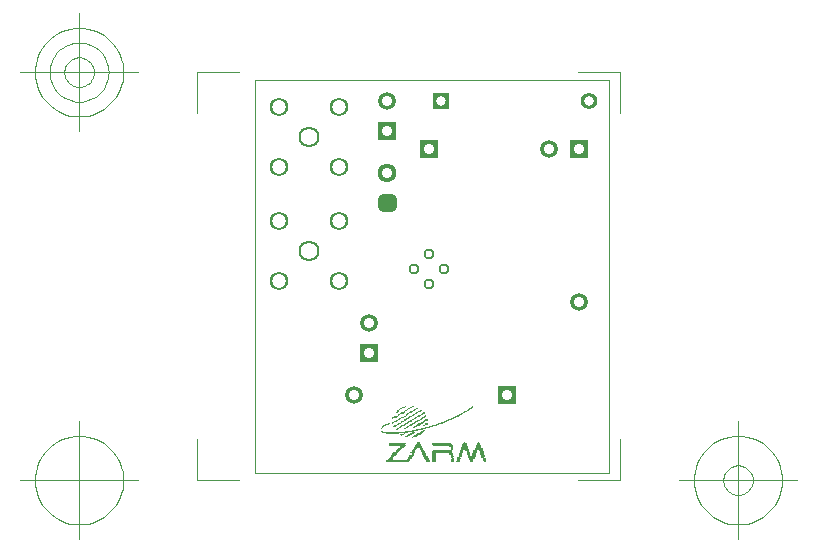
<source format=gbr>
G04 Generated by Ultiboard 10.0 *
%FSLAX25Y25*%
%MOIN*%

%ADD23C,0.00004*%
%ADD22C,0.00394*%
%ADD44C,0.06224X0.04724*%
%ADD45C,0.07012X0.05512*%
%ADD35R,0.05512X0.05512X0.03150*%
%ADD34C,0.05512X0.03150*%
%ADD36C,0.05906X0.03543*%
%ADD37R,0.05906X0.05906X0.03543*%
%ADD46C,0.03762X0.02362*%
%ADD38R,0.02083X0.02083X0.03917*%
%ADD18C,0.03917*%
%ADD29C,0.06334X0.03500*%


G04 ColorRGB 00FF00 for the following layer *
%LNCopper Top*%
%LPD*%
%FSLAX25Y25*%
%MOIN*%
G54D23*
G36*
X49773Y21983D02*
X50155Y21983D01*
X50155Y22322D01*
X49773Y22322D01*
X49773Y21983D01*
G37*
G36*
X52062Y21983D02*
X52443Y21983D01*
X52443Y22322D01*
X52062Y22322D01*
X52062Y21983D01*
G37*
G36*
X52443Y21983D02*
X52825Y21983D01*
X52825Y22322D01*
X52443Y22322D01*
X52443Y21983D01*
G37*
G36*
X72278Y21983D02*
X72660Y21983D01*
X72660Y22322D01*
X72278Y22322D01*
X72278Y21983D01*
G37*
G36*
X49010Y21644D02*
X49392Y21644D01*
X49392Y21983D01*
X49010Y21983D01*
X49010Y21644D01*
G37*
G36*
X49392Y21644D02*
X49773Y21644D01*
X49773Y21983D01*
X49392Y21983D01*
X49392Y21644D01*
G37*
G36*
X51680Y21644D02*
X52062Y21644D01*
X52062Y21983D01*
X51680Y21983D01*
X51680Y21644D01*
G37*
G36*
X71897Y21644D02*
X72278Y21644D01*
X72278Y21983D01*
X71897Y21983D01*
X71897Y21644D01*
G37*
G36*
X72278Y21644D02*
X72660Y21644D01*
X72660Y21983D01*
X72278Y21983D01*
X72278Y21644D01*
G37*
G36*
X48247Y21305D02*
X48629Y21305D01*
X48629Y21644D01*
X48247Y21644D01*
X48247Y21305D01*
G37*
G36*
X48629Y21305D02*
X49010Y21305D01*
X49010Y21644D01*
X48629Y21644D01*
X48629Y21305D01*
G37*
G36*
X50918Y21305D02*
X51299Y21305D01*
X51299Y21644D01*
X50918Y21644D01*
X50918Y21305D01*
G37*
G36*
X51299Y21305D02*
X51680Y21305D01*
X51680Y21644D01*
X51299Y21644D01*
X51299Y21305D01*
G37*
G36*
X53588Y21305D02*
X53969Y21305D01*
X53969Y21644D01*
X53588Y21644D01*
X53588Y21305D01*
G37*
G36*
X53969Y21305D02*
X54351Y21305D01*
X54351Y21644D01*
X53969Y21644D01*
X53969Y21305D01*
G37*
G36*
X71134Y21305D02*
X71515Y21305D01*
X71515Y21644D01*
X71134Y21644D01*
X71134Y21305D01*
G37*
G36*
X71515Y21305D02*
X71897Y21305D01*
X71897Y21644D01*
X71515Y21644D01*
X71515Y21305D01*
G37*
G36*
X71897Y21305D02*
X72278Y21305D01*
X72278Y21644D01*
X71897Y21644D01*
X71897Y21305D01*
G37*
G36*
X47866Y20966D02*
X48247Y20966D01*
X48247Y21305D01*
X47866Y21305D01*
X47866Y20966D01*
G37*
G36*
X50536Y20966D02*
X50918Y20966D01*
X50918Y21305D01*
X50536Y21305D01*
X50536Y20966D01*
G37*
G36*
X52825Y20966D02*
X53206Y20966D01*
X53206Y21305D01*
X52825Y21305D01*
X52825Y20966D01*
G37*
G36*
X53206Y20966D02*
X53588Y20966D01*
X53588Y21305D01*
X53206Y21305D01*
X53206Y20966D01*
G37*
G36*
X70753Y20966D02*
X71134Y20966D01*
X71134Y21305D01*
X70753Y21305D01*
X70753Y20966D01*
G37*
G36*
X71134Y20966D02*
X71515Y20966D01*
X71515Y21305D01*
X71134Y21305D01*
X71134Y20966D01*
G37*
G36*
X47103Y20627D02*
X47485Y20627D01*
X47485Y20966D01*
X47103Y20966D01*
X47103Y20627D01*
G37*
G36*
X47485Y20627D02*
X47866Y20627D01*
X47866Y20966D01*
X47485Y20966D01*
X47485Y20627D01*
G37*
G36*
X49773Y20627D02*
X50155Y20627D01*
X50155Y20966D01*
X49773Y20966D01*
X49773Y20627D01*
G37*
G36*
X50155Y20627D02*
X50536Y20627D01*
X50536Y20966D01*
X50155Y20966D01*
X50155Y20627D01*
G37*
G36*
X52443Y20627D02*
X52825Y20627D01*
X52825Y20966D01*
X52443Y20966D01*
X52443Y20627D01*
G37*
G36*
X52825Y20627D02*
X53206Y20627D01*
X53206Y20966D01*
X52825Y20966D01*
X52825Y20627D01*
G37*
G36*
X54732Y20627D02*
X55113Y20627D01*
X55113Y20966D01*
X54732Y20966D01*
X54732Y20627D01*
G37*
G36*
X55113Y20627D02*
X55495Y20627D01*
X55495Y20966D01*
X55113Y20966D01*
X55113Y20627D01*
G37*
G36*
X70371Y20627D02*
X70753Y20627D01*
X70753Y20966D01*
X70371Y20966D01*
X70371Y20627D01*
G37*
G36*
X70753Y20627D02*
X71134Y20627D01*
X71134Y20966D01*
X70753Y20966D01*
X70753Y20627D01*
G37*
G36*
X47103Y20288D02*
X47485Y20288D01*
X47485Y20627D01*
X47103Y20627D01*
X47103Y20288D01*
G37*
G36*
X47485Y20288D02*
X47866Y20288D01*
X47866Y20627D01*
X47485Y20627D01*
X47485Y20288D01*
G37*
G36*
X49392Y20288D02*
X49773Y20288D01*
X49773Y20627D01*
X49392Y20627D01*
X49392Y20288D01*
G37*
G36*
X51680Y20288D02*
X52062Y20288D01*
X52062Y20627D01*
X51680Y20627D01*
X51680Y20288D01*
G37*
G36*
X52062Y20288D02*
X52443Y20288D01*
X52443Y20627D01*
X52062Y20627D01*
X52062Y20288D01*
G37*
G36*
X54351Y20288D02*
X54732Y20288D01*
X54732Y20627D01*
X54351Y20627D01*
X54351Y20288D01*
G37*
G36*
X54732Y20288D02*
X55113Y20288D01*
X55113Y20627D01*
X54732Y20627D01*
X54732Y20288D01*
G37*
G36*
X69608Y20288D02*
X69990Y20288D01*
X69990Y20627D01*
X69608Y20627D01*
X69608Y20288D01*
G37*
G36*
X69990Y20288D02*
X70371Y20288D01*
X70371Y20627D01*
X69990Y20627D01*
X69990Y20288D01*
G37*
G36*
X46722Y19949D02*
X47103Y19949D01*
X47103Y20288D01*
X46722Y20288D01*
X46722Y19949D01*
G37*
G36*
X47103Y19949D02*
X47485Y19949D01*
X47485Y20288D01*
X47103Y20288D01*
X47103Y19949D01*
G37*
G36*
X48629Y19949D02*
X49010Y19949D01*
X49010Y20288D01*
X48629Y20288D01*
X48629Y19949D01*
G37*
G36*
X49010Y19949D02*
X49392Y19949D01*
X49392Y20288D01*
X49010Y20288D01*
X49010Y19949D01*
G37*
G36*
X49392Y19949D02*
X49773Y19949D01*
X49773Y20288D01*
X49392Y20288D01*
X49392Y19949D01*
G37*
G36*
X51299Y19949D02*
X51680Y19949D01*
X51680Y20288D01*
X51299Y20288D01*
X51299Y19949D01*
G37*
G36*
X51680Y19949D02*
X52062Y19949D01*
X52062Y20288D01*
X51680Y20288D01*
X51680Y19949D01*
G37*
G36*
X53588Y19949D02*
X53969Y19949D01*
X53969Y20288D01*
X53588Y20288D01*
X53588Y19949D01*
G37*
G36*
X53969Y19949D02*
X54351Y19949D01*
X54351Y20288D01*
X53969Y20288D01*
X53969Y19949D01*
G37*
G36*
X55876Y19949D02*
X56258Y19949D01*
X56258Y20288D01*
X55876Y20288D01*
X55876Y19949D01*
G37*
G36*
X56258Y19949D02*
X56639Y19949D01*
X56639Y20288D01*
X56258Y20288D01*
X56258Y19949D01*
G37*
G36*
X69227Y19949D02*
X69608Y19949D01*
X69608Y20288D01*
X69227Y20288D01*
X69227Y19949D01*
G37*
G36*
X69608Y19949D02*
X69990Y19949D01*
X69990Y20288D01*
X69608Y20288D01*
X69608Y19949D01*
G37*
G36*
X48247Y19610D02*
X48629Y19610D01*
X48629Y19949D01*
X48247Y19949D01*
X48247Y19610D01*
G37*
G36*
X48629Y19610D02*
X49010Y19610D01*
X49010Y19949D01*
X48629Y19949D01*
X48629Y19610D01*
G37*
G36*
X49010Y19610D02*
X49392Y19610D01*
X49392Y19949D01*
X49010Y19949D01*
X49010Y19610D01*
G37*
G36*
X50536Y19610D02*
X50918Y19610D01*
X50918Y19949D01*
X50536Y19949D01*
X50536Y19610D01*
G37*
G36*
X50918Y19610D02*
X51299Y19610D01*
X51299Y19949D01*
X50918Y19949D01*
X50918Y19610D01*
G37*
G36*
X53206Y19610D02*
X53588Y19610D01*
X53588Y19949D01*
X53206Y19949D01*
X53206Y19610D01*
G37*
G36*
X53588Y19610D02*
X53969Y19610D01*
X53969Y19949D01*
X53588Y19949D01*
X53588Y19610D01*
G37*
G36*
X55495Y19610D02*
X55876Y19610D01*
X55876Y19949D01*
X55495Y19949D01*
X55495Y19610D01*
G37*
G36*
X55876Y19610D02*
X56258Y19610D01*
X56258Y19949D01*
X55876Y19949D01*
X55876Y19610D01*
G37*
G36*
X56258Y19610D02*
X56639Y19610D01*
X56639Y19949D01*
X56258Y19949D01*
X56258Y19610D01*
G37*
G36*
X68464Y19610D02*
X68845Y19610D01*
X68845Y19949D01*
X68464Y19949D01*
X68464Y19610D01*
G37*
G36*
X68845Y19610D02*
X69227Y19610D01*
X69227Y19949D01*
X68845Y19949D01*
X68845Y19610D01*
G37*
G36*
X47485Y19271D02*
X47866Y19271D01*
X47866Y19610D01*
X47485Y19610D01*
X47485Y19271D01*
G37*
G36*
X47866Y19271D02*
X48247Y19271D01*
X48247Y19610D01*
X47866Y19610D01*
X47866Y19271D01*
G37*
G36*
X50155Y19271D02*
X50536Y19271D01*
X50536Y19610D01*
X50155Y19610D01*
X50155Y19271D01*
G37*
G36*
X50536Y19271D02*
X50918Y19271D01*
X50918Y19610D01*
X50536Y19610D01*
X50536Y19271D01*
G37*
G36*
X52443Y19271D02*
X52825Y19271D01*
X52825Y19610D01*
X52443Y19610D01*
X52443Y19271D01*
G37*
G36*
X52825Y19271D02*
X53206Y19271D01*
X53206Y19610D01*
X52825Y19610D01*
X52825Y19271D01*
G37*
G36*
X55113Y19271D02*
X55495Y19271D01*
X55495Y19610D01*
X55113Y19610D01*
X55113Y19271D01*
G37*
G36*
X55495Y19271D02*
X55876Y19271D01*
X55876Y19610D01*
X55495Y19610D01*
X55495Y19271D01*
G37*
G36*
X67701Y19271D02*
X68082Y19271D01*
X68082Y19610D01*
X67701Y19610D01*
X67701Y19271D01*
G37*
G36*
X68082Y19271D02*
X68464Y19271D01*
X68464Y19610D01*
X68082Y19610D01*
X68082Y19271D01*
G37*
G36*
X68464Y19271D02*
X68845Y19271D01*
X68845Y19610D01*
X68464Y19610D01*
X68464Y19271D01*
G37*
G36*
X47485Y18932D02*
X47866Y18932D01*
X47866Y19271D01*
X47485Y19271D01*
X47485Y18932D01*
G37*
G36*
X50155Y18932D02*
X50536Y18932D01*
X50536Y19271D01*
X50155Y19271D01*
X50155Y18932D01*
G37*
G36*
X52062Y18932D02*
X52443Y18932D01*
X52443Y19271D01*
X52062Y19271D01*
X52062Y18932D01*
G37*
G36*
X52443Y18932D02*
X52825Y18932D01*
X52825Y19271D01*
X52443Y19271D01*
X52443Y18932D01*
G37*
G36*
X54351Y18932D02*
X54732Y18932D01*
X54732Y19271D01*
X54351Y19271D01*
X54351Y18932D01*
G37*
G36*
X54732Y18932D02*
X55113Y18932D01*
X55113Y19271D01*
X54732Y19271D01*
X54732Y18932D01*
G37*
G36*
X56639Y18932D02*
X57021Y18932D01*
X57021Y19271D01*
X56639Y19271D01*
X56639Y18932D01*
G37*
G36*
X67320Y18932D02*
X67701Y18932D01*
X67701Y19271D01*
X67320Y19271D01*
X67320Y18932D01*
G37*
G36*
X67701Y18932D02*
X68082Y18932D01*
X68082Y19271D01*
X67701Y19271D01*
X67701Y18932D01*
G37*
G36*
X46340Y18593D02*
X46722Y18593D01*
X46722Y18932D01*
X46340Y18932D01*
X46340Y18593D01*
G37*
G36*
X46722Y18593D02*
X47103Y18593D01*
X47103Y18932D01*
X46722Y18932D01*
X46722Y18593D01*
G37*
G36*
X47103Y18593D02*
X47485Y18593D01*
X47485Y18932D01*
X47103Y18932D01*
X47103Y18593D01*
G37*
G36*
X49392Y18593D02*
X49773Y18593D01*
X49773Y18932D01*
X49392Y18932D01*
X49392Y18593D01*
G37*
G36*
X49773Y18593D02*
X50155Y18593D01*
X50155Y18932D01*
X49773Y18932D01*
X49773Y18593D01*
G37*
G36*
X51299Y18593D02*
X51680Y18593D01*
X51680Y18932D01*
X51299Y18932D01*
X51299Y18593D01*
G37*
G36*
X51680Y18593D02*
X52062Y18593D01*
X52062Y18932D01*
X51680Y18932D01*
X51680Y18593D01*
G37*
G36*
X53969Y18593D02*
X54351Y18593D01*
X54351Y18932D01*
X53969Y18932D01*
X53969Y18593D01*
G37*
G36*
X54351Y18593D02*
X54732Y18593D01*
X54732Y18932D01*
X54351Y18932D01*
X54351Y18593D01*
G37*
G36*
X56258Y18593D02*
X56639Y18593D01*
X56639Y18932D01*
X56258Y18932D01*
X56258Y18593D01*
G37*
G36*
X56639Y18593D02*
X57021Y18593D01*
X57021Y18932D01*
X56639Y18932D01*
X56639Y18593D01*
G37*
G36*
X66557Y18593D02*
X66938Y18593D01*
X66938Y18932D01*
X66557Y18932D01*
X66557Y18593D01*
G37*
G36*
X66938Y18593D02*
X67320Y18593D01*
X67320Y18932D01*
X66938Y18932D01*
X66938Y18593D01*
G37*
G36*
X67320Y18593D02*
X67701Y18593D01*
X67701Y18932D01*
X67320Y18932D01*
X67320Y18593D01*
G37*
G36*
X45577Y18254D02*
X45959Y18254D01*
X45959Y18593D01*
X45577Y18593D01*
X45577Y18254D01*
G37*
G36*
X45959Y18254D02*
X46340Y18254D01*
X46340Y18593D01*
X45959Y18593D01*
X45959Y18254D01*
G37*
G36*
X46340Y18254D02*
X46722Y18254D01*
X46722Y18593D01*
X46340Y18593D01*
X46340Y18254D01*
G37*
G36*
X46722Y18254D02*
X47103Y18254D01*
X47103Y18593D01*
X46722Y18593D01*
X46722Y18254D01*
G37*
G36*
X48629Y18254D02*
X49010Y18254D01*
X49010Y18593D01*
X48629Y18593D01*
X48629Y18254D01*
G37*
G36*
X49010Y18254D02*
X49392Y18254D01*
X49392Y18593D01*
X49010Y18593D01*
X49010Y18254D01*
G37*
G36*
X50918Y18254D02*
X51299Y18254D01*
X51299Y18593D01*
X50918Y18593D01*
X50918Y18254D01*
G37*
G36*
X51299Y18254D02*
X51680Y18254D01*
X51680Y18593D01*
X51299Y18593D01*
X51299Y18254D01*
G37*
G36*
X53206Y18254D02*
X53588Y18254D01*
X53588Y18593D01*
X53206Y18593D01*
X53206Y18254D01*
G37*
G36*
X53588Y18254D02*
X53969Y18254D01*
X53969Y18593D01*
X53588Y18593D01*
X53588Y18254D01*
G37*
G36*
X55495Y18254D02*
X55876Y18254D01*
X55876Y18593D01*
X55495Y18593D01*
X55495Y18254D01*
G37*
G36*
X55876Y18254D02*
X56258Y18254D01*
X56258Y18593D01*
X55876Y18593D01*
X55876Y18254D01*
G37*
G36*
X56258Y18254D02*
X56639Y18254D01*
X56639Y18593D01*
X56258Y18593D01*
X56258Y18254D01*
G37*
G36*
X65794Y18254D02*
X66175Y18254D01*
X66175Y18593D01*
X65794Y18593D01*
X65794Y18254D01*
G37*
G36*
X66175Y18254D02*
X66557Y18254D01*
X66557Y18593D01*
X66175Y18593D01*
X66175Y18254D01*
G37*
G36*
X66557Y18254D02*
X66938Y18254D01*
X66938Y18593D01*
X66557Y18593D01*
X66557Y18254D01*
G37*
G36*
X45577Y17915D02*
X45959Y17915D01*
X45959Y18254D01*
X45577Y18254D01*
X45577Y17915D01*
G37*
G36*
X47866Y17915D02*
X48247Y17915D01*
X48247Y18254D01*
X47866Y18254D01*
X47866Y17915D01*
G37*
G36*
X48247Y17915D02*
X48629Y17915D01*
X48629Y18254D01*
X48247Y18254D01*
X48247Y17915D01*
G37*
G36*
X50155Y17915D02*
X50536Y17915D01*
X50536Y18254D01*
X50155Y18254D01*
X50155Y17915D01*
G37*
G36*
X50536Y17915D02*
X50918Y17915D01*
X50918Y18254D01*
X50536Y18254D01*
X50536Y17915D01*
G37*
G36*
X50918Y17915D02*
X51299Y17915D01*
X51299Y18254D01*
X50918Y18254D01*
X50918Y17915D01*
G37*
G36*
X52825Y17915D02*
X53206Y17915D01*
X53206Y18254D01*
X52825Y18254D01*
X52825Y17915D01*
G37*
G36*
X53206Y17915D02*
X53588Y17915D01*
X53588Y18254D01*
X53206Y18254D01*
X53206Y17915D01*
G37*
G36*
X55113Y17915D02*
X55495Y17915D01*
X55495Y18254D01*
X55113Y18254D01*
X55113Y17915D01*
G37*
G36*
X55495Y17915D02*
X55876Y17915D01*
X55876Y18254D01*
X55495Y18254D01*
X55495Y17915D01*
G37*
G36*
X65031Y17915D02*
X65412Y17915D01*
X65412Y18254D01*
X65031Y18254D01*
X65031Y17915D01*
G37*
G36*
X65412Y17915D02*
X65794Y17915D01*
X65794Y18254D01*
X65412Y18254D01*
X65412Y17915D01*
G37*
G36*
X65794Y17915D02*
X66175Y17915D01*
X66175Y18254D01*
X65794Y18254D01*
X65794Y17915D01*
G37*
G36*
X47485Y17576D02*
X47866Y17576D01*
X47866Y17915D01*
X47485Y17915D01*
X47485Y17576D01*
G37*
G36*
X47866Y17576D02*
X48247Y17576D01*
X48247Y17915D01*
X47866Y17915D01*
X47866Y17576D01*
G37*
G36*
X49392Y17576D02*
X49773Y17576D01*
X49773Y17915D01*
X49392Y17915D01*
X49392Y17576D01*
G37*
G36*
X49773Y17576D02*
X50155Y17576D01*
X50155Y17915D01*
X49773Y17915D01*
X49773Y17576D01*
G37*
G36*
X50155Y17576D02*
X50536Y17576D01*
X50536Y17915D01*
X50155Y17915D01*
X50155Y17576D01*
G37*
G36*
X52062Y17576D02*
X52443Y17576D01*
X52443Y17915D01*
X52062Y17915D01*
X52062Y17576D01*
G37*
G36*
X52443Y17576D02*
X52825Y17576D01*
X52825Y17915D01*
X52443Y17915D01*
X52443Y17576D01*
G37*
G36*
X54732Y17576D02*
X55113Y17576D01*
X55113Y17915D01*
X54732Y17915D01*
X54732Y17576D01*
G37*
G36*
X55113Y17576D02*
X55495Y17576D01*
X55495Y17915D01*
X55113Y17915D01*
X55113Y17576D01*
G37*
G36*
X56639Y17576D02*
X57021Y17576D01*
X57021Y17915D01*
X56639Y17915D01*
X56639Y17576D01*
G37*
G36*
X57021Y17576D02*
X57402Y17576D01*
X57402Y17915D01*
X57021Y17915D01*
X57021Y17576D01*
G37*
G36*
X64268Y17576D02*
X64649Y17576D01*
X64649Y17915D01*
X64268Y17915D01*
X64268Y17576D01*
G37*
G36*
X64649Y17576D02*
X65031Y17576D01*
X65031Y17915D01*
X64649Y17915D01*
X64649Y17576D01*
G37*
G36*
X65031Y17576D02*
X65412Y17576D01*
X65412Y17915D01*
X65031Y17915D01*
X65031Y17576D01*
G37*
G36*
X46722Y17237D02*
X47103Y17237D01*
X47103Y17576D01*
X46722Y17576D01*
X46722Y17237D01*
G37*
G36*
X47103Y17237D02*
X47485Y17237D01*
X47485Y17576D01*
X47103Y17576D01*
X47103Y17237D01*
G37*
G36*
X49392Y17237D02*
X49773Y17237D01*
X49773Y17576D01*
X49392Y17576D01*
X49392Y17237D01*
G37*
G36*
X49773Y17237D02*
X50155Y17237D01*
X50155Y17576D01*
X49773Y17576D01*
X49773Y17237D01*
G37*
G36*
X51680Y17237D02*
X52062Y17237D01*
X52062Y17576D01*
X51680Y17576D01*
X51680Y17237D01*
G37*
G36*
X53969Y17237D02*
X54351Y17237D01*
X54351Y17576D01*
X53969Y17576D01*
X53969Y17237D01*
G37*
G36*
X54351Y17237D02*
X54732Y17237D01*
X54732Y17576D01*
X54351Y17576D01*
X54351Y17237D01*
G37*
G36*
X56258Y17237D02*
X56639Y17237D01*
X56639Y17576D01*
X56258Y17576D01*
X56258Y17237D01*
G37*
G36*
X56639Y17237D02*
X57021Y17237D01*
X57021Y17576D01*
X56639Y17576D01*
X56639Y17237D01*
G37*
G36*
X57021Y17237D02*
X57402Y17237D01*
X57402Y17576D01*
X57021Y17576D01*
X57021Y17237D01*
G37*
G36*
X63505Y17237D02*
X63887Y17237D01*
X63887Y17576D01*
X63505Y17576D01*
X63505Y17237D01*
G37*
G36*
X63887Y17237D02*
X64268Y17237D01*
X64268Y17576D01*
X63887Y17576D01*
X63887Y17237D01*
G37*
G36*
X64268Y17237D02*
X64649Y17237D01*
X64649Y17576D01*
X64268Y17576D01*
X64268Y17237D01*
G37*
G36*
X46340Y16898D02*
X46722Y16898D01*
X46722Y17237D01*
X46340Y17237D01*
X46340Y16898D01*
G37*
G36*
X46722Y16898D02*
X47103Y16898D01*
X47103Y17237D01*
X46722Y17237D01*
X46722Y16898D01*
G37*
G36*
X48629Y16898D02*
X49010Y16898D01*
X49010Y17237D01*
X48629Y17237D01*
X48629Y16898D01*
G37*
G36*
X49010Y16898D02*
X49392Y16898D01*
X49392Y17237D01*
X49010Y17237D01*
X49010Y16898D01*
G37*
G36*
X50918Y16898D02*
X51299Y16898D01*
X51299Y17237D01*
X50918Y17237D01*
X50918Y16898D01*
G37*
G36*
X51299Y16898D02*
X51680Y16898D01*
X51680Y17237D01*
X51299Y17237D01*
X51299Y16898D01*
G37*
G36*
X51680Y16898D02*
X52062Y16898D01*
X52062Y17237D01*
X51680Y17237D01*
X51680Y16898D01*
G37*
G36*
X53206Y16898D02*
X53588Y16898D01*
X53588Y17237D01*
X53206Y17237D01*
X53206Y16898D01*
G37*
G36*
X53588Y16898D02*
X53969Y16898D01*
X53969Y17237D01*
X53588Y17237D01*
X53588Y16898D01*
G37*
G36*
X53969Y16898D02*
X54351Y16898D01*
X54351Y17237D01*
X53969Y17237D01*
X53969Y16898D01*
G37*
G36*
X55876Y16898D02*
X56258Y16898D01*
X56258Y17237D01*
X55876Y17237D01*
X55876Y16898D01*
G37*
G36*
X56258Y16898D02*
X56639Y16898D01*
X56639Y17237D01*
X56258Y17237D01*
X56258Y16898D01*
G37*
G36*
X62742Y16898D02*
X63124Y16898D01*
X63124Y17237D01*
X62742Y17237D01*
X62742Y16898D01*
G37*
G36*
X63124Y16898D02*
X63505Y16898D01*
X63505Y17237D01*
X63124Y17237D01*
X63124Y16898D01*
G37*
G36*
X63505Y16898D02*
X63887Y16898D01*
X63887Y17237D01*
X63505Y17237D01*
X63505Y16898D01*
G37*
G36*
X45577Y16559D02*
X45959Y16559D01*
X45959Y16898D01*
X45577Y16898D01*
X45577Y16559D01*
G37*
G36*
X45959Y16559D02*
X46340Y16559D01*
X46340Y16898D01*
X45959Y16898D01*
X45959Y16559D01*
G37*
G36*
X48629Y16559D02*
X49010Y16559D01*
X49010Y16898D01*
X48629Y16898D01*
X48629Y16559D01*
G37*
G36*
X50536Y16559D02*
X50918Y16559D01*
X50918Y16898D01*
X50536Y16898D01*
X50536Y16559D01*
G37*
G36*
X50918Y16559D02*
X51299Y16559D01*
X51299Y16898D01*
X50918Y16898D01*
X50918Y16559D01*
G37*
G36*
X52825Y16559D02*
X53206Y16559D01*
X53206Y16898D01*
X52825Y16898D01*
X52825Y16559D01*
G37*
G36*
X53206Y16559D02*
X53588Y16559D01*
X53588Y16898D01*
X53206Y16898D01*
X53206Y16559D01*
G37*
G36*
X55113Y16559D02*
X55495Y16559D01*
X55495Y16898D01*
X55113Y16898D01*
X55113Y16559D01*
G37*
G36*
X55495Y16559D02*
X55876Y16559D01*
X55876Y16898D01*
X55495Y16898D01*
X55495Y16559D01*
G37*
G36*
X55876Y16559D02*
X56258Y16559D01*
X56258Y16898D01*
X55876Y16898D01*
X55876Y16559D01*
G37*
G36*
X61979Y16559D02*
X62361Y16559D01*
X62361Y16898D01*
X61979Y16898D01*
X61979Y16559D01*
G37*
G36*
X62361Y16559D02*
X62742Y16559D01*
X62742Y16898D01*
X62361Y16898D01*
X62361Y16559D01*
G37*
G36*
X62742Y16559D02*
X63124Y16559D01*
X63124Y16898D01*
X62742Y16898D01*
X62742Y16559D01*
G37*
G36*
X44052Y16220D02*
X44433Y16220D01*
X44433Y16559D01*
X44052Y16559D01*
X44052Y16220D01*
G37*
G36*
X44433Y16220D02*
X44814Y16220D01*
X44814Y16559D01*
X44433Y16559D01*
X44433Y16220D01*
G37*
G36*
X45577Y16220D02*
X45959Y16220D01*
X45959Y16559D01*
X45577Y16559D01*
X45577Y16220D01*
G37*
G36*
X47485Y16220D02*
X47866Y16220D01*
X47866Y16559D01*
X47485Y16559D01*
X47485Y16220D01*
G37*
G36*
X47866Y16220D02*
X48247Y16220D01*
X48247Y16559D01*
X47866Y16559D01*
X47866Y16220D01*
G37*
G36*
X48247Y16220D02*
X48629Y16220D01*
X48629Y16559D01*
X48247Y16559D01*
X48247Y16220D01*
G37*
G36*
X49773Y16220D02*
X50155Y16220D01*
X50155Y16559D01*
X49773Y16559D01*
X49773Y16220D01*
G37*
G36*
X50155Y16220D02*
X50536Y16220D01*
X50536Y16559D01*
X50155Y16559D01*
X50155Y16220D01*
G37*
G36*
X50536Y16220D02*
X50918Y16220D01*
X50918Y16559D01*
X50536Y16559D01*
X50536Y16220D01*
G37*
G36*
X52062Y16220D02*
X52443Y16220D01*
X52443Y16559D01*
X52062Y16559D01*
X52062Y16220D01*
G37*
G36*
X52443Y16220D02*
X52825Y16220D01*
X52825Y16559D01*
X52443Y16559D01*
X52443Y16220D01*
G37*
G36*
X52825Y16220D02*
X53206Y16220D01*
X53206Y16559D01*
X52825Y16559D01*
X52825Y16220D01*
G37*
G36*
X54351Y16220D02*
X54732Y16220D01*
X54732Y16559D01*
X54351Y16559D01*
X54351Y16220D01*
G37*
G36*
X54732Y16220D02*
X55113Y16220D01*
X55113Y16559D01*
X54732Y16559D01*
X54732Y16220D01*
G37*
G36*
X55113Y16220D02*
X55495Y16220D01*
X55495Y16559D01*
X55113Y16559D01*
X55113Y16220D01*
G37*
G36*
X55495Y16220D02*
X55876Y16220D01*
X55876Y16559D01*
X55495Y16559D01*
X55495Y16220D01*
G37*
G36*
X56639Y16220D02*
X57021Y16220D01*
X57021Y16559D01*
X56639Y16559D01*
X56639Y16220D01*
G37*
G36*
X57021Y16220D02*
X57402Y16220D01*
X57402Y16559D01*
X57021Y16559D01*
X57021Y16220D01*
G37*
G36*
X60835Y16220D02*
X61216Y16220D01*
X61216Y16559D01*
X60835Y16559D01*
X60835Y16220D01*
G37*
G36*
X61216Y16220D02*
X61598Y16220D01*
X61598Y16559D01*
X61216Y16559D01*
X61216Y16220D01*
G37*
G36*
X61598Y16220D02*
X61979Y16220D01*
X61979Y16559D01*
X61598Y16559D01*
X61598Y16220D01*
G37*
G36*
X61979Y16220D02*
X62361Y16220D01*
X62361Y16559D01*
X61979Y16559D01*
X61979Y16220D01*
G37*
G36*
X43289Y15881D02*
X43670Y15881D01*
X43670Y16220D01*
X43289Y16220D01*
X43289Y15881D01*
G37*
G36*
X43670Y15881D02*
X44052Y15881D01*
X44052Y16220D01*
X43670Y16220D01*
X43670Y15881D01*
G37*
G36*
X44052Y15881D02*
X44433Y15881D01*
X44433Y16220D01*
X44052Y16220D01*
X44052Y15881D01*
G37*
G36*
X47103Y15881D02*
X47485Y15881D01*
X47485Y16220D01*
X47103Y16220D01*
X47103Y15881D01*
G37*
G36*
X47485Y15881D02*
X47866Y15881D01*
X47866Y16220D01*
X47485Y16220D01*
X47485Y15881D01*
G37*
G36*
X49392Y15881D02*
X49773Y15881D01*
X49773Y16220D01*
X49392Y16220D01*
X49392Y15881D01*
G37*
G36*
X49773Y15881D02*
X50155Y15881D01*
X50155Y16220D01*
X49773Y16220D01*
X49773Y15881D01*
G37*
G36*
X51680Y15881D02*
X52062Y15881D01*
X52062Y16220D01*
X51680Y16220D01*
X51680Y15881D01*
G37*
G36*
X52062Y15881D02*
X52443Y15881D01*
X52443Y16220D01*
X52062Y16220D01*
X52062Y15881D01*
G37*
G36*
X53969Y15881D02*
X54351Y15881D01*
X54351Y16220D01*
X53969Y16220D01*
X53969Y15881D01*
G37*
G36*
X54351Y15881D02*
X54732Y15881D01*
X54732Y16220D01*
X54351Y16220D01*
X54351Y15881D01*
G37*
G36*
X54732Y15881D02*
X55113Y15881D01*
X55113Y16220D01*
X54732Y16220D01*
X54732Y15881D01*
G37*
G36*
X56639Y15881D02*
X57021Y15881D01*
X57021Y16220D01*
X56639Y16220D01*
X56639Y15881D01*
G37*
G36*
X57021Y15881D02*
X57402Y15881D01*
X57402Y16220D01*
X57021Y16220D01*
X57021Y15881D01*
G37*
G36*
X60072Y15881D02*
X60454Y15881D01*
X60454Y16220D01*
X60072Y16220D01*
X60072Y15881D01*
G37*
G36*
X60454Y15881D02*
X60835Y15881D01*
X60835Y16220D01*
X60454Y16220D01*
X60454Y15881D01*
G37*
G36*
X60835Y15881D02*
X61216Y15881D01*
X61216Y16220D01*
X60835Y16220D01*
X60835Y15881D01*
G37*
G36*
X42526Y15542D02*
X42907Y15542D01*
X42907Y15881D01*
X42526Y15881D01*
X42526Y15542D01*
G37*
G36*
X42907Y15542D02*
X43289Y15542D01*
X43289Y15881D01*
X42907Y15881D01*
X42907Y15542D01*
G37*
G36*
X43289Y15542D02*
X43670Y15542D01*
X43670Y15881D01*
X43289Y15881D01*
X43289Y15542D01*
G37*
G36*
X46340Y15542D02*
X46722Y15542D01*
X46722Y15881D01*
X46340Y15881D01*
X46340Y15542D01*
G37*
G36*
X46722Y15542D02*
X47103Y15542D01*
X47103Y15881D01*
X46722Y15881D01*
X46722Y15542D01*
G37*
G36*
X48629Y15542D02*
X49010Y15542D01*
X49010Y15881D01*
X48629Y15881D01*
X48629Y15542D01*
G37*
G36*
X49010Y15542D02*
X49392Y15542D01*
X49392Y15881D01*
X49010Y15881D01*
X49010Y15542D01*
G37*
G36*
X49392Y15542D02*
X49773Y15542D01*
X49773Y15881D01*
X49392Y15881D01*
X49392Y15542D01*
G37*
G36*
X51299Y15542D02*
X51680Y15542D01*
X51680Y15881D01*
X51299Y15881D01*
X51299Y15542D01*
G37*
G36*
X51680Y15542D02*
X52062Y15542D01*
X52062Y15881D01*
X51680Y15881D01*
X51680Y15542D01*
G37*
G36*
X53588Y15542D02*
X53969Y15542D01*
X53969Y15881D01*
X53588Y15881D01*
X53588Y15542D01*
G37*
G36*
X53969Y15542D02*
X54351Y15542D01*
X54351Y15881D01*
X53969Y15881D01*
X53969Y15542D01*
G37*
G36*
X54351Y15542D02*
X54732Y15542D01*
X54732Y15881D01*
X54351Y15881D01*
X54351Y15542D01*
G37*
G36*
X55876Y15542D02*
X56258Y15542D01*
X56258Y15881D01*
X55876Y15881D01*
X55876Y15542D01*
G37*
G36*
X56258Y15542D02*
X56639Y15542D01*
X56639Y15881D01*
X56258Y15881D01*
X56258Y15542D01*
G37*
G36*
X58928Y15542D02*
X59309Y15542D01*
X59309Y15881D01*
X58928Y15881D01*
X58928Y15542D01*
G37*
G36*
X59309Y15542D02*
X59691Y15542D01*
X59691Y15881D01*
X59309Y15881D01*
X59309Y15542D01*
G37*
G36*
X59691Y15542D02*
X60072Y15542D01*
X60072Y15881D01*
X59691Y15881D01*
X59691Y15542D01*
G37*
G36*
X60072Y15542D02*
X60454Y15542D01*
X60454Y15881D01*
X60072Y15881D01*
X60072Y15542D01*
G37*
G36*
X42144Y15203D02*
X42526Y15203D01*
X42526Y15542D01*
X42144Y15542D01*
X42144Y15203D01*
G37*
G36*
X42526Y15203D02*
X42907Y15203D01*
X42907Y15542D01*
X42526Y15542D01*
X42526Y15203D01*
G37*
G36*
X45959Y15203D02*
X46340Y15203D01*
X46340Y15542D01*
X45959Y15542D01*
X45959Y15203D01*
G37*
G36*
X46340Y15203D02*
X46722Y15203D01*
X46722Y15542D01*
X46340Y15542D01*
X46340Y15203D01*
G37*
G36*
X48247Y15203D02*
X48629Y15203D01*
X48629Y15542D01*
X48247Y15542D01*
X48247Y15203D01*
G37*
G36*
X48629Y15203D02*
X49010Y15203D01*
X49010Y15542D01*
X48629Y15542D01*
X48629Y15203D01*
G37*
G36*
X50536Y15203D02*
X50918Y15203D01*
X50918Y15542D01*
X50536Y15542D01*
X50536Y15203D01*
G37*
G36*
X50918Y15203D02*
X51299Y15203D01*
X51299Y15542D01*
X50918Y15542D01*
X50918Y15203D01*
G37*
G36*
X52825Y15203D02*
X53206Y15203D01*
X53206Y15542D01*
X52825Y15542D01*
X52825Y15203D01*
G37*
G36*
X53206Y15203D02*
X53588Y15203D01*
X53588Y15542D01*
X53206Y15542D01*
X53206Y15203D01*
G37*
G36*
X53588Y15203D02*
X53969Y15203D01*
X53969Y15542D01*
X53588Y15542D01*
X53588Y15203D01*
G37*
G36*
X57784Y15203D02*
X58165Y15203D01*
X58165Y15542D01*
X57784Y15542D01*
X57784Y15203D01*
G37*
G36*
X58165Y15203D02*
X58546Y15203D01*
X58546Y15542D01*
X58165Y15542D01*
X58165Y15203D01*
G37*
G36*
X58546Y15203D02*
X58928Y15203D01*
X58928Y15542D01*
X58546Y15542D01*
X58546Y15203D01*
G37*
G36*
X58928Y15203D02*
X59309Y15203D01*
X59309Y15542D01*
X58928Y15542D01*
X58928Y15203D01*
G37*
G36*
X42144Y14864D02*
X42526Y14864D01*
X42526Y15203D01*
X42144Y15203D01*
X42144Y14864D01*
G37*
G36*
X47866Y14864D02*
X48247Y14864D01*
X48247Y15203D01*
X47866Y15203D01*
X47866Y14864D01*
G37*
G36*
X48247Y14864D02*
X48629Y14864D01*
X48629Y15203D01*
X48247Y15203D01*
X48247Y14864D01*
G37*
G36*
X50155Y14864D02*
X50536Y14864D01*
X50536Y15203D01*
X50155Y15203D01*
X50155Y14864D01*
G37*
G36*
X50536Y14864D02*
X50918Y14864D01*
X50918Y15203D01*
X50536Y15203D01*
X50536Y14864D01*
G37*
G36*
X52443Y14864D02*
X52825Y14864D01*
X52825Y15203D01*
X52443Y15203D01*
X52443Y14864D01*
G37*
G36*
X52825Y14864D02*
X53206Y14864D01*
X53206Y15203D01*
X52825Y15203D01*
X52825Y14864D01*
G37*
G36*
X56639Y14864D02*
X57021Y14864D01*
X57021Y15203D01*
X56639Y15203D01*
X56639Y14864D01*
G37*
G36*
X57021Y14864D02*
X57402Y14864D01*
X57402Y15203D01*
X57021Y15203D01*
X57021Y14864D01*
G37*
G36*
X57402Y14864D02*
X57784Y14864D01*
X57784Y15203D01*
X57402Y15203D01*
X57402Y14864D01*
G37*
G36*
X57784Y14864D02*
X58165Y14864D01*
X58165Y15203D01*
X57784Y15203D01*
X57784Y14864D01*
G37*
G36*
X41763Y14525D02*
X42144Y14525D01*
X42144Y14864D01*
X41763Y14864D01*
X41763Y14525D01*
G37*
G36*
X47103Y14525D02*
X47485Y14525D01*
X47485Y14864D01*
X47103Y14864D01*
X47103Y14525D01*
G37*
G36*
X47485Y14525D02*
X47866Y14525D01*
X47866Y14864D01*
X47485Y14864D01*
X47485Y14525D01*
G37*
G36*
X49392Y14525D02*
X49773Y14525D01*
X49773Y14864D01*
X49392Y14864D01*
X49392Y14525D01*
G37*
G36*
X49773Y14525D02*
X50155Y14525D01*
X50155Y14864D01*
X49773Y14864D01*
X49773Y14525D01*
G37*
G36*
X55113Y14525D02*
X55495Y14525D01*
X55495Y14864D01*
X55113Y14864D01*
X55113Y14525D01*
G37*
G36*
X55495Y14525D02*
X55876Y14525D01*
X55876Y14864D01*
X55495Y14864D01*
X55495Y14525D01*
G37*
G36*
X55876Y14525D02*
X56258Y14525D01*
X56258Y14864D01*
X55876Y14864D01*
X55876Y14525D01*
G37*
G36*
X56258Y14525D02*
X56639Y14525D01*
X56639Y14864D01*
X56258Y14864D01*
X56258Y14525D01*
G37*
G36*
X56639Y14525D02*
X57021Y14525D01*
X57021Y14864D01*
X56639Y14864D01*
X56639Y14525D01*
G37*
G36*
X46722Y14186D02*
X47103Y14186D01*
X47103Y14525D01*
X46722Y14525D01*
X46722Y14186D01*
G37*
G36*
X47103Y14186D02*
X47485Y14186D01*
X47485Y14525D01*
X47103Y14525D01*
X47103Y14186D01*
G37*
G36*
X53588Y14186D02*
X53969Y14186D01*
X53969Y14525D01*
X53588Y14525D01*
X53588Y14186D01*
G37*
G36*
X53969Y14186D02*
X54351Y14186D01*
X54351Y14525D01*
X53969Y14525D01*
X53969Y14186D01*
G37*
G36*
X54351Y14186D02*
X54732Y14186D01*
X54732Y14525D01*
X54351Y14525D01*
X54351Y14186D01*
G37*
G36*
X54732Y14186D02*
X55113Y14186D01*
X55113Y14525D01*
X54732Y14525D01*
X54732Y14186D01*
G37*
G36*
X55113Y14186D02*
X55495Y14186D01*
X55495Y14525D01*
X55113Y14525D01*
X55113Y14186D01*
G37*
G36*
X55495Y14186D02*
X55876Y14186D01*
X55876Y14525D01*
X55495Y14525D01*
X55495Y14186D01*
G37*
G36*
X52062Y13847D02*
X52443Y13847D01*
X52443Y14186D01*
X52062Y14186D01*
X52062Y13847D01*
G37*
G36*
X52443Y13847D02*
X52825Y13847D01*
X52825Y14186D01*
X52443Y14186D01*
X52443Y13847D01*
G37*
G36*
X52825Y13847D02*
X53206Y13847D01*
X53206Y14186D01*
X52825Y14186D01*
X52825Y13847D01*
G37*
G36*
X53206Y13847D02*
X53588Y13847D01*
X53588Y14186D01*
X53206Y14186D01*
X53206Y13847D01*
G37*
G36*
X53588Y13847D02*
X53969Y13847D01*
X53969Y14186D01*
X53588Y14186D01*
X53588Y13847D01*
G37*
G36*
X53969Y13847D02*
X54351Y13847D01*
X54351Y14186D01*
X53969Y14186D01*
X53969Y13847D01*
G37*
G36*
X55876Y13847D02*
X56258Y13847D01*
X56258Y14186D01*
X55876Y14186D01*
X55876Y13847D01*
G37*
G36*
X56258Y13847D02*
X56639Y13847D01*
X56639Y14186D01*
X56258Y14186D01*
X56258Y13847D01*
G37*
G36*
X41763Y13508D02*
X42144Y13508D01*
X42144Y13847D01*
X41763Y13847D01*
X41763Y13508D01*
G37*
G36*
X42144Y13508D02*
X42526Y13508D01*
X42526Y13847D01*
X42144Y13847D01*
X42144Y13508D01*
G37*
G36*
X49773Y13508D02*
X50155Y13508D01*
X50155Y13847D01*
X49773Y13847D01*
X49773Y13508D01*
G37*
G36*
X50155Y13508D02*
X50536Y13508D01*
X50536Y13847D01*
X50155Y13847D01*
X50155Y13508D01*
G37*
G36*
X50536Y13508D02*
X50918Y13508D01*
X50918Y13847D01*
X50536Y13847D01*
X50536Y13508D01*
G37*
G36*
X50918Y13508D02*
X51299Y13508D01*
X51299Y13847D01*
X50918Y13847D01*
X50918Y13508D01*
G37*
G36*
X51299Y13508D02*
X51680Y13508D01*
X51680Y13847D01*
X51299Y13847D01*
X51299Y13508D01*
G37*
G36*
X51680Y13508D02*
X52062Y13508D01*
X52062Y13847D01*
X51680Y13847D01*
X51680Y13508D01*
G37*
G36*
X52062Y13508D02*
X52443Y13508D01*
X52443Y13847D01*
X52062Y13847D01*
X52062Y13508D01*
G37*
G36*
X52443Y13508D02*
X52825Y13508D01*
X52825Y13847D01*
X52443Y13847D01*
X52443Y13508D01*
G37*
G36*
X55113Y13508D02*
X55495Y13508D01*
X55495Y13847D01*
X55113Y13847D01*
X55113Y13508D01*
G37*
G36*
X55495Y13508D02*
X55876Y13508D01*
X55876Y13847D01*
X55495Y13847D01*
X55495Y13508D01*
G37*
G36*
X55876Y13508D02*
X56258Y13508D01*
X56258Y13847D01*
X55876Y13847D01*
X55876Y13508D01*
G37*
G36*
X42144Y13169D02*
X42526Y13169D01*
X42526Y13508D01*
X42144Y13508D01*
X42144Y13169D01*
G37*
G36*
X42526Y13169D02*
X42907Y13169D01*
X42907Y13508D01*
X42526Y13508D01*
X42526Y13169D01*
G37*
G36*
X42907Y13169D02*
X43289Y13169D01*
X43289Y13508D01*
X42907Y13508D01*
X42907Y13169D01*
G37*
G36*
X43289Y13169D02*
X43670Y13169D01*
X43670Y13508D01*
X43289Y13508D01*
X43289Y13169D01*
G37*
G36*
X43670Y13169D02*
X44052Y13169D01*
X44052Y13508D01*
X43670Y13508D01*
X43670Y13169D01*
G37*
G36*
X44052Y13169D02*
X44433Y13169D01*
X44433Y13508D01*
X44052Y13508D01*
X44052Y13169D01*
G37*
G36*
X44433Y13169D02*
X44814Y13169D01*
X44814Y13508D01*
X44433Y13508D01*
X44433Y13169D01*
G37*
G36*
X44814Y13169D02*
X45196Y13169D01*
X45196Y13508D01*
X44814Y13508D01*
X44814Y13169D01*
G37*
G36*
X45196Y13169D02*
X45577Y13169D01*
X45577Y13508D01*
X45196Y13508D01*
X45196Y13169D01*
G37*
G36*
X45577Y13169D02*
X45959Y13169D01*
X45959Y13508D01*
X45577Y13508D01*
X45577Y13169D01*
G37*
G36*
X45959Y13169D02*
X46340Y13169D01*
X46340Y13508D01*
X45959Y13508D01*
X45959Y13169D01*
G37*
G36*
X46340Y13169D02*
X46722Y13169D01*
X46722Y13508D01*
X46340Y13508D01*
X46340Y13169D01*
G37*
G36*
X46722Y13169D02*
X47103Y13169D01*
X47103Y13508D01*
X46722Y13508D01*
X46722Y13169D01*
G37*
G36*
X47103Y13169D02*
X47485Y13169D01*
X47485Y13508D01*
X47103Y13508D01*
X47103Y13169D01*
G37*
G36*
X47485Y13169D02*
X47866Y13169D01*
X47866Y13508D01*
X47485Y13508D01*
X47485Y13169D01*
G37*
G36*
X47866Y13169D02*
X48247Y13169D01*
X48247Y13508D01*
X47866Y13508D01*
X47866Y13169D01*
G37*
G36*
X48247Y13169D02*
X48629Y13169D01*
X48629Y13508D01*
X48247Y13508D01*
X48247Y13169D01*
G37*
G36*
X48629Y13169D02*
X49010Y13169D01*
X49010Y13508D01*
X48629Y13508D01*
X48629Y13169D01*
G37*
G36*
X49010Y13169D02*
X49392Y13169D01*
X49392Y13508D01*
X49010Y13508D01*
X49010Y13169D01*
G37*
G36*
X49392Y13169D02*
X49773Y13169D01*
X49773Y13508D01*
X49392Y13508D01*
X49392Y13169D01*
G37*
G36*
X49773Y13169D02*
X50155Y13169D01*
X50155Y13508D01*
X49773Y13508D01*
X49773Y13169D01*
G37*
G36*
X50155Y13169D02*
X50536Y13169D01*
X50536Y13508D01*
X50155Y13508D01*
X50155Y13169D01*
G37*
G36*
X50536Y13169D02*
X50918Y13169D01*
X50918Y13508D01*
X50536Y13508D01*
X50536Y13169D01*
G37*
G36*
X52062Y13169D02*
X52443Y13169D01*
X52443Y13508D01*
X52062Y13508D01*
X52062Y13169D01*
G37*
G36*
X52443Y13169D02*
X52825Y13169D01*
X52825Y13508D01*
X52443Y13508D01*
X52443Y13169D01*
G37*
G36*
X52825Y13169D02*
X53206Y13169D01*
X53206Y13508D01*
X52825Y13508D01*
X52825Y13169D01*
G37*
G36*
X54732Y13169D02*
X55113Y13169D01*
X55113Y13508D01*
X54732Y13508D01*
X54732Y13169D01*
G37*
G36*
X55113Y13169D02*
X55495Y13169D01*
X55495Y13508D01*
X55113Y13508D01*
X55113Y13169D01*
G37*
G36*
X55495Y13169D02*
X55876Y13169D01*
X55876Y13508D01*
X55495Y13508D01*
X55495Y13169D01*
G37*
G36*
X43670Y12831D02*
X44052Y12831D01*
X44052Y13169D01*
X43670Y13169D01*
X43670Y12831D01*
G37*
G36*
X44052Y12831D02*
X44433Y12831D01*
X44433Y13169D01*
X44052Y13169D01*
X44052Y12831D01*
G37*
G36*
X44433Y12831D02*
X44814Y12831D01*
X44814Y13169D01*
X44433Y13169D01*
X44433Y12831D01*
G37*
G36*
X44814Y12831D02*
X45196Y12831D01*
X45196Y13169D01*
X44814Y13169D01*
X44814Y12831D01*
G37*
G36*
X45196Y12831D02*
X45577Y12831D01*
X45577Y13169D01*
X45196Y13169D01*
X45196Y12831D01*
G37*
G36*
X45577Y12831D02*
X45959Y12831D01*
X45959Y13169D01*
X45577Y13169D01*
X45577Y12831D01*
G37*
G36*
X45959Y12831D02*
X46340Y12831D01*
X46340Y13169D01*
X45959Y13169D01*
X45959Y12831D01*
G37*
G36*
X46340Y12831D02*
X46722Y12831D01*
X46722Y13169D01*
X46340Y13169D01*
X46340Y12831D01*
G37*
G36*
X46722Y12831D02*
X47103Y12831D01*
X47103Y13169D01*
X46722Y13169D01*
X46722Y12831D01*
G37*
G36*
X47103Y12831D02*
X47485Y12831D01*
X47485Y13169D01*
X47103Y13169D01*
X47103Y12831D01*
G37*
G36*
X47485Y12831D02*
X47866Y12831D01*
X47866Y13169D01*
X47485Y13169D01*
X47485Y12831D01*
G37*
G36*
X49392Y12831D02*
X49773Y12831D01*
X49773Y13169D01*
X49392Y13169D01*
X49392Y12831D01*
G37*
G36*
X51680Y12831D02*
X52062Y12831D01*
X52062Y13169D01*
X51680Y13169D01*
X51680Y12831D01*
G37*
G36*
X52062Y12831D02*
X52443Y12831D01*
X52443Y13169D01*
X52062Y13169D01*
X52062Y12831D01*
G37*
G36*
X52443Y12831D02*
X52825Y12831D01*
X52825Y13169D01*
X52443Y13169D01*
X52443Y12831D01*
G37*
G36*
X53969Y12831D02*
X54351Y12831D01*
X54351Y13169D01*
X53969Y13169D01*
X53969Y12831D01*
G37*
G36*
X54351Y12831D02*
X54732Y12831D01*
X54732Y13169D01*
X54351Y13169D01*
X54351Y12831D01*
G37*
G36*
X54732Y12831D02*
X55113Y12831D01*
X55113Y13169D01*
X54732Y13169D01*
X54732Y12831D01*
G37*
G36*
X55113Y12831D02*
X55495Y12831D01*
X55495Y13169D01*
X55113Y13169D01*
X55113Y12831D01*
G37*
G36*
X48247Y12492D02*
X48629Y12492D01*
X48629Y12831D01*
X48247Y12831D01*
X48247Y12492D01*
G37*
G36*
X48629Y12492D02*
X49010Y12492D01*
X49010Y12831D01*
X48629Y12831D01*
X48629Y12492D01*
G37*
G36*
X49010Y12492D02*
X49392Y12492D01*
X49392Y12831D01*
X49010Y12831D01*
X49010Y12492D01*
G37*
G36*
X50918Y12492D02*
X51299Y12492D01*
X51299Y12831D01*
X50918Y12831D01*
X50918Y12492D01*
G37*
G36*
X51299Y12492D02*
X51680Y12492D01*
X51680Y12831D01*
X51299Y12831D01*
X51299Y12492D01*
G37*
G36*
X51680Y12492D02*
X52062Y12492D01*
X52062Y12831D01*
X51680Y12831D01*
X51680Y12492D01*
G37*
G36*
X53588Y12492D02*
X53969Y12492D01*
X53969Y12831D01*
X53588Y12831D01*
X53588Y12492D01*
G37*
G36*
X53969Y12492D02*
X54351Y12492D01*
X54351Y12831D01*
X53969Y12831D01*
X53969Y12492D01*
G37*
G36*
X54351Y12492D02*
X54732Y12492D01*
X54732Y12831D01*
X54351Y12831D01*
X54351Y12492D01*
G37*
G36*
X54732Y12492D02*
X55113Y12492D01*
X55113Y12831D01*
X54732Y12831D01*
X54732Y12492D01*
G37*
G36*
X48629Y12153D02*
X49010Y12153D01*
X49010Y12492D01*
X48629Y12492D01*
X48629Y12153D01*
G37*
G36*
X50536Y12153D02*
X50918Y12153D01*
X50918Y12492D01*
X50536Y12492D01*
X50536Y12153D01*
G37*
G36*
X50918Y12153D02*
X51299Y12153D01*
X51299Y12492D01*
X50918Y12492D01*
X50918Y12153D01*
G37*
G36*
X51299Y12153D02*
X51680Y12153D01*
X51680Y12492D01*
X51299Y12492D01*
X51299Y12153D01*
G37*
G36*
X52825Y12153D02*
X53206Y12153D01*
X53206Y12492D01*
X52825Y12492D01*
X52825Y12153D01*
G37*
G36*
X53206Y12153D02*
X53588Y12153D01*
X53588Y12492D01*
X53206Y12492D01*
X53206Y12153D01*
G37*
G36*
X53588Y12153D02*
X53969Y12153D01*
X53969Y12492D01*
X53588Y12492D01*
X53588Y12153D01*
G37*
G36*
X53969Y12153D02*
X54351Y12153D01*
X54351Y12492D01*
X53969Y12492D01*
X53969Y12153D01*
G37*
G36*
X49773Y11814D02*
X50155Y11814D01*
X50155Y12153D01*
X49773Y12153D01*
X49773Y11814D01*
G37*
G36*
X50155Y11814D02*
X50536Y11814D01*
X50536Y12153D01*
X50155Y12153D01*
X50155Y11814D01*
G37*
G36*
X50536Y11814D02*
X50918Y11814D01*
X50918Y12153D01*
X50536Y12153D01*
X50536Y11814D01*
G37*
G36*
X52443Y11814D02*
X52825Y11814D01*
X52825Y12153D01*
X52443Y12153D01*
X52443Y11814D01*
G37*
G36*
X52825Y11814D02*
X53206Y11814D01*
X53206Y12153D01*
X52825Y12153D01*
X52825Y11814D01*
G37*
G36*
X53206Y11814D02*
X53588Y11814D01*
X53588Y12153D01*
X53206Y12153D01*
X53206Y11814D01*
G37*
G36*
X53588Y11814D02*
X53969Y11814D01*
X53969Y12153D01*
X53588Y12153D01*
X53588Y11814D01*
G37*
G36*
X52062Y11475D02*
X52443Y11475D01*
X52443Y11814D01*
X52062Y11814D01*
X52062Y11475D01*
G37*
G36*
X53969Y9780D02*
X54351Y9780D01*
X54351Y10119D01*
X53969Y10119D01*
X53969Y9780D01*
G37*
G36*
X54351Y9780D02*
X54732Y9780D01*
X54732Y10119D01*
X54351Y10119D01*
X54351Y9780D01*
G37*
G36*
X69608Y9780D02*
X69990Y9780D01*
X69990Y10119D01*
X69608Y10119D01*
X69608Y9780D01*
G37*
G36*
X74186Y9780D02*
X74567Y9780D01*
X74567Y10119D01*
X74186Y10119D01*
X74186Y9780D01*
G37*
G36*
X44433Y9441D02*
X44814Y9441D01*
X44814Y9780D01*
X44433Y9780D01*
X44433Y9441D01*
G37*
G36*
X44814Y9441D02*
X45196Y9441D01*
X45196Y9780D01*
X44814Y9780D01*
X44814Y9441D01*
G37*
G36*
X45196Y9441D02*
X45577Y9441D01*
X45577Y9780D01*
X45196Y9780D01*
X45196Y9441D01*
G37*
G36*
X45577Y9441D02*
X45959Y9441D01*
X45959Y9780D01*
X45577Y9780D01*
X45577Y9441D01*
G37*
G36*
X45959Y9441D02*
X46340Y9441D01*
X46340Y9780D01*
X45959Y9780D01*
X45959Y9441D01*
G37*
G36*
X46340Y9441D02*
X46722Y9441D01*
X46722Y9780D01*
X46340Y9780D01*
X46340Y9441D01*
G37*
G36*
X46722Y9441D02*
X47103Y9441D01*
X47103Y9780D01*
X46722Y9780D01*
X46722Y9441D01*
G37*
G36*
X47103Y9441D02*
X47485Y9441D01*
X47485Y9780D01*
X47103Y9780D01*
X47103Y9441D01*
G37*
G36*
X47485Y9441D02*
X47866Y9441D01*
X47866Y9780D01*
X47485Y9780D01*
X47485Y9441D01*
G37*
G36*
X47866Y9441D02*
X48247Y9441D01*
X48247Y9780D01*
X47866Y9780D01*
X47866Y9441D01*
G37*
G36*
X48247Y9441D02*
X48629Y9441D01*
X48629Y9780D01*
X48247Y9780D01*
X48247Y9441D01*
G37*
G36*
X48629Y9441D02*
X49010Y9441D01*
X49010Y9780D01*
X48629Y9780D01*
X48629Y9441D01*
G37*
G36*
X49010Y9441D02*
X49392Y9441D01*
X49392Y9780D01*
X49010Y9780D01*
X49010Y9441D01*
G37*
G36*
X49392Y9441D02*
X49773Y9441D01*
X49773Y9780D01*
X49392Y9780D01*
X49392Y9441D01*
G37*
G36*
X49773Y9441D02*
X50155Y9441D01*
X50155Y9780D01*
X49773Y9780D01*
X49773Y9441D01*
G37*
G36*
X53969Y9441D02*
X54351Y9441D01*
X54351Y9780D01*
X53969Y9780D01*
X53969Y9441D01*
G37*
G36*
X54351Y9441D02*
X54732Y9441D01*
X54732Y9780D01*
X54351Y9780D01*
X54351Y9441D01*
G37*
G36*
X58928Y9441D02*
X59309Y9441D01*
X59309Y9780D01*
X58928Y9780D01*
X58928Y9441D01*
G37*
G36*
X59309Y9441D02*
X59691Y9441D01*
X59691Y9780D01*
X59309Y9780D01*
X59309Y9441D01*
G37*
G36*
X59691Y9441D02*
X60072Y9441D01*
X60072Y9780D01*
X59691Y9780D01*
X59691Y9441D01*
G37*
G36*
X60072Y9441D02*
X60454Y9441D01*
X60454Y9780D01*
X60072Y9780D01*
X60072Y9441D01*
G37*
G36*
X60454Y9441D02*
X60835Y9441D01*
X60835Y9780D01*
X60454Y9780D01*
X60454Y9441D01*
G37*
G36*
X60835Y9441D02*
X61216Y9441D01*
X61216Y9780D01*
X60835Y9780D01*
X60835Y9441D01*
G37*
G36*
X61216Y9441D02*
X61598Y9441D01*
X61598Y9780D01*
X61216Y9780D01*
X61216Y9441D01*
G37*
G36*
X61598Y9441D02*
X61979Y9441D01*
X61979Y9780D01*
X61598Y9780D01*
X61598Y9441D01*
G37*
G36*
X61979Y9441D02*
X62361Y9441D01*
X62361Y9780D01*
X61979Y9780D01*
X61979Y9441D01*
G37*
G36*
X62361Y9441D02*
X62742Y9441D01*
X62742Y9780D01*
X62361Y9780D01*
X62361Y9441D01*
G37*
G36*
X62742Y9441D02*
X63124Y9441D01*
X63124Y9780D01*
X62742Y9780D01*
X62742Y9441D01*
G37*
G36*
X63124Y9441D02*
X63505Y9441D01*
X63505Y9780D01*
X63124Y9780D01*
X63124Y9441D01*
G37*
G36*
X63505Y9441D02*
X63887Y9441D01*
X63887Y9780D01*
X63505Y9780D01*
X63505Y9441D01*
G37*
G36*
X63887Y9441D02*
X64268Y9441D01*
X64268Y9780D01*
X63887Y9780D01*
X63887Y9441D01*
G37*
G36*
X64268Y9441D02*
X64649Y9441D01*
X64649Y9780D01*
X64268Y9780D01*
X64268Y9441D01*
G37*
G36*
X64649Y9441D02*
X65031Y9441D01*
X65031Y9780D01*
X64649Y9780D01*
X64649Y9441D01*
G37*
G36*
X69227Y9441D02*
X69608Y9441D01*
X69608Y9780D01*
X69227Y9780D01*
X69227Y9441D01*
G37*
G36*
X69608Y9441D02*
X69990Y9441D01*
X69990Y9780D01*
X69608Y9780D01*
X69608Y9441D01*
G37*
G36*
X69990Y9441D02*
X70371Y9441D01*
X70371Y9780D01*
X69990Y9780D01*
X69990Y9441D01*
G37*
G36*
X73804Y9441D02*
X74186Y9441D01*
X74186Y9780D01*
X73804Y9780D01*
X73804Y9441D01*
G37*
G36*
X74186Y9441D02*
X74567Y9441D01*
X74567Y9780D01*
X74186Y9780D01*
X74186Y9441D01*
G37*
G36*
X74567Y9441D02*
X74948Y9441D01*
X74948Y9780D01*
X74567Y9780D01*
X74567Y9441D01*
G37*
G36*
X44433Y9102D02*
X44814Y9102D01*
X44814Y9441D01*
X44433Y9441D01*
X44433Y9102D01*
G37*
G36*
X44814Y9102D02*
X45196Y9102D01*
X45196Y9441D01*
X44814Y9441D01*
X44814Y9102D01*
G37*
G36*
X45196Y9102D02*
X45577Y9102D01*
X45577Y9441D01*
X45196Y9441D01*
X45196Y9102D01*
G37*
G36*
X45577Y9102D02*
X45959Y9102D01*
X45959Y9441D01*
X45577Y9441D01*
X45577Y9102D01*
G37*
G36*
X45959Y9102D02*
X46340Y9102D01*
X46340Y9441D01*
X45959Y9441D01*
X45959Y9102D01*
G37*
G36*
X46340Y9102D02*
X46722Y9102D01*
X46722Y9441D01*
X46340Y9441D01*
X46340Y9102D01*
G37*
G36*
X46722Y9102D02*
X47103Y9102D01*
X47103Y9441D01*
X46722Y9441D01*
X46722Y9102D01*
G37*
G36*
X47103Y9102D02*
X47485Y9102D01*
X47485Y9441D01*
X47103Y9441D01*
X47103Y9102D01*
G37*
G36*
X47485Y9102D02*
X47866Y9102D01*
X47866Y9441D01*
X47485Y9441D01*
X47485Y9102D01*
G37*
G36*
X47866Y9102D02*
X48247Y9102D01*
X48247Y9441D01*
X47866Y9441D01*
X47866Y9102D01*
G37*
G36*
X48247Y9102D02*
X48629Y9102D01*
X48629Y9441D01*
X48247Y9441D01*
X48247Y9102D01*
G37*
G36*
X48629Y9102D02*
X49010Y9102D01*
X49010Y9441D01*
X48629Y9441D01*
X48629Y9102D01*
G37*
G36*
X49010Y9102D02*
X49392Y9102D01*
X49392Y9441D01*
X49010Y9441D01*
X49010Y9102D01*
G37*
G36*
X49392Y9102D02*
X49773Y9102D01*
X49773Y9441D01*
X49392Y9441D01*
X49392Y9102D01*
G37*
G36*
X53588Y9102D02*
X53969Y9102D01*
X53969Y9441D01*
X53588Y9441D01*
X53588Y9102D01*
G37*
G36*
X53969Y9102D02*
X54351Y9102D01*
X54351Y9441D01*
X53969Y9441D01*
X53969Y9102D01*
G37*
G36*
X54351Y9102D02*
X54732Y9102D01*
X54732Y9441D01*
X54351Y9441D01*
X54351Y9102D01*
G37*
G36*
X54732Y9102D02*
X55113Y9102D01*
X55113Y9441D01*
X54732Y9441D01*
X54732Y9102D01*
G37*
G36*
X58928Y9102D02*
X59309Y9102D01*
X59309Y9441D01*
X58928Y9441D01*
X58928Y9102D01*
G37*
G36*
X59309Y9102D02*
X59691Y9102D01*
X59691Y9441D01*
X59309Y9441D01*
X59309Y9102D01*
G37*
G36*
X59691Y9102D02*
X60072Y9102D01*
X60072Y9441D01*
X59691Y9441D01*
X59691Y9102D01*
G37*
G36*
X60072Y9102D02*
X60454Y9102D01*
X60454Y9441D01*
X60072Y9441D01*
X60072Y9102D01*
G37*
G36*
X60454Y9102D02*
X60835Y9102D01*
X60835Y9441D01*
X60454Y9441D01*
X60454Y9102D01*
G37*
G36*
X60835Y9102D02*
X61216Y9102D01*
X61216Y9441D01*
X60835Y9441D01*
X60835Y9102D01*
G37*
G36*
X61216Y9102D02*
X61598Y9102D01*
X61598Y9441D01*
X61216Y9441D01*
X61216Y9102D01*
G37*
G36*
X61598Y9102D02*
X61979Y9102D01*
X61979Y9441D01*
X61598Y9441D01*
X61598Y9102D01*
G37*
G36*
X61979Y9102D02*
X62361Y9102D01*
X62361Y9441D01*
X61979Y9441D01*
X61979Y9102D01*
G37*
G36*
X62361Y9102D02*
X62742Y9102D01*
X62742Y9441D01*
X62361Y9441D01*
X62361Y9102D01*
G37*
G36*
X62742Y9102D02*
X63124Y9102D01*
X63124Y9441D01*
X62742Y9441D01*
X62742Y9102D01*
G37*
G36*
X63124Y9102D02*
X63505Y9102D01*
X63505Y9441D01*
X63124Y9441D01*
X63124Y9102D01*
G37*
G36*
X63505Y9102D02*
X63887Y9102D01*
X63887Y9441D01*
X63505Y9441D01*
X63505Y9102D01*
G37*
G36*
X63887Y9102D02*
X64268Y9102D01*
X64268Y9441D01*
X63887Y9441D01*
X63887Y9102D01*
G37*
G36*
X64268Y9102D02*
X64649Y9102D01*
X64649Y9441D01*
X64268Y9441D01*
X64268Y9102D01*
G37*
G36*
X64649Y9102D02*
X65031Y9102D01*
X65031Y9441D01*
X64649Y9441D01*
X64649Y9102D01*
G37*
G36*
X65031Y9102D02*
X65412Y9102D01*
X65412Y9441D01*
X65031Y9441D01*
X65031Y9102D01*
G37*
G36*
X68845Y9102D02*
X69227Y9102D01*
X69227Y9441D01*
X68845Y9441D01*
X68845Y9102D01*
G37*
G36*
X69227Y9102D02*
X69608Y9102D01*
X69608Y9441D01*
X69227Y9441D01*
X69227Y9102D01*
G37*
G36*
X69608Y9102D02*
X69990Y9102D01*
X69990Y9441D01*
X69608Y9441D01*
X69608Y9102D01*
G37*
G36*
X69990Y9102D02*
X70371Y9102D01*
X70371Y9441D01*
X69990Y9441D01*
X69990Y9102D01*
G37*
G36*
X73804Y9102D02*
X74186Y9102D01*
X74186Y9441D01*
X73804Y9441D01*
X73804Y9102D01*
G37*
G36*
X74186Y9102D02*
X74567Y9102D01*
X74567Y9441D01*
X74186Y9441D01*
X74186Y9102D01*
G37*
G36*
X74567Y9102D02*
X74948Y9102D01*
X74948Y9441D01*
X74567Y9441D01*
X74567Y9102D01*
G37*
G36*
X44433Y8763D02*
X44814Y8763D01*
X44814Y9102D01*
X44433Y9102D01*
X44433Y8763D01*
G37*
G36*
X44814Y8763D02*
X45196Y8763D01*
X45196Y9102D01*
X44814Y9102D01*
X44814Y8763D01*
G37*
G36*
X45196Y8763D02*
X45577Y8763D01*
X45577Y9102D01*
X45196Y9102D01*
X45196Y8763D01*
G37*
G36*
X45577Y8763D02*
X45959Y8763D01*
X45959Y9102D01*
X45577Y9102D01*
X45577Y8763D01*
G37*
G36*
X45959Y8763D02*
X46340Y8763D01*
X46340Y9102D01*
X45959Y9102D01*
X45959Y8763D01*
G37*
G36*
X46340Y8763D02*
X46722Y8763D01*
X46722Y9102D01*
X46340Y9102D01*
X46340Y8763D01*
G37*
G36*
X46722Y8763D02*
X47103Y8763D01*
X47103Y9102D01*
X46722Y9102D01*
X46722Y8763D01*
G37*
G36*
X47103Y8763D02*
X47485Y8763D01*
X47485Y9102D01*
X47103Y9102D01*
X47103Y8763D01*
G37*
G36*
X47485Y8763D02*
X47866Y8763D01*
X47866Y9102D01*
X47485Y9102D01*
X47485Y8763D01*
G37*
G36*
X47866Y8763D02*
X48247Y8763D01*
X48247Y9102D01*
X47866Y9102D01*
X47866Y8763D01*
G37*
G36*
X48247Y8763D02*
X48629Y8763D01*
X48629Y9102D01*
X48247Y9102D01*
X48247Y8763D01*
G37*
G36*
X48629Y8763D02*
X49010Y8763D01*
X49010Y9102D01*
X48629Y9102D01*
X48629Y8763D01*
G37*
G36*
X49010Y8763D02*
X49392Y8763D01*
X49392Y9102D01*
X49010Y9102D01*
X49010Y8763D01*
G37*
G36*
X49392Y8763D02*
X49773Y8763D01*
X49773Y9102D01*
X49392Y9102D01*
X49392Y8763D01*
G37*
G36*
X49773Y8763D02*
X50155Y8763D01*
X50155Y9102D01*
X49773Y9102D01*
X49773Y8763D01*
G37*
G36*
X53206Y8763D02*
X53588Y8763D01*
X53588Y9102D01*
X53206Y9102D01*
X53206Y8763D01*
G37*
G36*
X53588Y8763D02*
X53969Y8763D01*
X53969Y9102D01*
X53588Y9102D01*
X53588Y8763D01*
G37*
G36*
X53969Y8763D02*
X54351Y8763D01*
X54351Y9102D01*
X53969Y9102D01*
X53969Y8763D01*
G37*
G36*
X54351Y8763D02*
X54732Y8763D01*
X54732Y9102D01*
X54351Y9102D01*
X54351Y8763D01*
G37*
G36*
X54732Y8763D02*
X55113Y8763D01*
X55113Y9102D01*
X54732Y9102D01*
X54732Y8763D01*
G37*
G36*
X59309Y8763D02*
X59691Y8763D01*
X59691Y9102D01*
X59309Y9102D01*
X59309Y8763D01*
G37*
G36*
X59691Y8763D02*
X60072Y8763D01*
X60072Y9102D01*
X59691Y9102D01*
X59691Y8763D01*
G37*
G36*
X60072Y8763D02*
X60454Y8763D01*
X60454Y9102D01*
X60072Y9102D01*
X60072Y8763D01*
G37*
G36*
X60454Y8763D02*
X60835Y8763D01*
X60835Y9102D01*
X60454Y9102D01*
X60454Y8763D01*
G37*
G36*
X60835Y8763D02*
X61216Y8763D01*
X61216Y9102D01*
X60835Y9102D01*
X60835Y8763D01*
G37*
G36*
X61216Y8763D02*
X61598Y8763D01*
X61598Y9102D01*
X61216Y9102D01*
X61216Y8763D01*
G37*
G36*
X61598Y8763D02*
X61979Y8763D01*
X61979Y9102D01*
X61598Y9102D01*
X61598Y8763D01*
G37*
G36*
X61979Y8763D02*
X62361Y8763D01*
X62361Y9102D01*
X61979Y9102D01*
X61979Y8763D01*
G37*
G36*
X62361Y8763D02*
X62742Y8763D01*
X62742Y9102D01*
X62361Y9102D01*
X62361Y8763D01*
G37*
G36*
X62742Y8763D02*
X63124Y8763D01*
X63124Y9102D01*
X62742Y9102D01*
X62742Y8763D01*
G37*
G36*
X63124Y8763D02*
X63505Y8763D01*
X63505Y9102D01*
X63124Y9102D01*
X63124Y8763D01*
G37*
G36*
X63505Y8763D02*
X63887Y8763D01*
X63887Y9102D01*
X63505Y9102D01*
X63505Y8763D01*
G37*
G36*
X63887Y8763D02*
X64268Y8763D01*
X64268Y9102D01*
X63887Y9102D01*
X63887Y8763D01*
G37*
G36*
X64268Y8763D02*
X64649Y8763D01*
X64649Y9102D01*
X64268Y9102D01*
X64268Y8763D01*
G37*
G36*
X64649Y8763D02*
X65031Y8763D01*
X65031Y9102D01*
X64649Y9102D01*
X64649Y8763D01*
G37*
G36*
X65031Y8763D02*
X65412Y8763D01*
X65412Y9102D01*
X65031Y9102D01*
X65031Y8763D01*
G37*
G36*
X65412Y8763D02*
X65794Y8763D01*
X65794Y9102D01*
X65412Y9102D01*
X65412Y8763D01*
G37*
G36*
X68845Y8763D02*
X69227Y8763D01*
X69227Y9102D01*
X68845Y9102D01*
X68845Y8763D01*
G37*
G36*
X69227Y8763D02*
X69608Y8763D01*
X69608Y9102D01*
X69227Y9102D01*
X69227Y8763D01*
G37*
G36*
X69608Y8763D02*
X69990Y8763D01*
X69990Y9102D01*
X69608Y9102D01*
X69608Y8763D01*
G37*
G36*
X69990Y8763D02*
X70371Y8763D01*
X70371Y9102D01*
X69990Y9102D01*
X69990Y8763D01*
G37*
G36*
X73423Y8763D02*
X73804Y8763D01*
X73804Y9102D01*
X73423Y9102D01*
X73423Y8763D01*
G37*
G36*
X73804Y8763D02*
X74186Y8763D01*
X74186Y9102D01*
X73804Y9102D01*
X73804Y8763D01*
G37*
G36*
X74186Y8763D02*
X74567Y8763D01*
X74567Y9102D01*
X74186Y9102D01*
X74186Y8763D01*
G37*
G36*
X74567Y8763D02*
X74948Y8763D01*
X74948Y9102D01*
X74567Y9102D01*
X74567Y8763D01*
G37*
G36*
X74948Y8763D02*
X75330Y8763D01*
X75330Y9102D01*
X74948Y9102D01*
X74948Y8763D01*
G37*
G36*
X48247Y8424D02*
X48629Y8424D01*
X48629Y8763D01*
X48247Y8763D01*
X48247Y8424D01*
G37*
G36*
X48629Y8424D02*
X49010Y8424D01*
X49010Y8763D01*
X48629Y8763D01*
X48629Y8424D01*
G37*
G36*
X49010Y8424D02*
X49392Y8424D01*
X49392Y8763D01*
X49010Y8763D01*
X49010Y8424D01*
G37*
G36*
X49392Y8424D02*
X49773Y8424D01*
X49773Y8763D01*
X49392Y8763D01*
X49392Y8424D01*
G37*
G36*
X53206Y8424D02*
X53588Y8424D01*
X53588Y8763D01*
X53206Y8763D01*
X53206Y8424D01*
G37*
G36*
X53588Y8424D02*
X53969Y8424D01*
X53969Y8763D01*
X53588Y8763D01*
X53588Y8424D01*
G37*
G36*
X53969Y8424D02*
X54351Y8424D01*
X54351Y8763D01*
X53969Y8763D01*
X53969Y8424D01*
G37*
G36*
X54351Y8424D02*
X54732Y8424D01*
X54732Y8763D01*
X54351Y8763D01*
X54351Y8424D01*
G37*
G36*
X54732Y8424D02*
X55113Y8424D01*
X55113Y8763D01*
X54732Y8763D01*
X54732Y8424D01*
G37*
G36*
X55113Y8424D02*
X55495Y8424D01*
X55495Y8763D01*
X55113Y8763D01*
X55113Y8424D01*
G37*
G36*
X64649Y8424D02*
X65031Y8424D01*
X65031Y8763D01*
X64649Y8763D01*
X64649Y8424D01*
G37*
G36*
X65031Y8424D02*
X65412Y8424D01*
X65412Y8763D01*
X65031Y8763D01*
X65031Y8424D01*
G37*
G36*
X65412Y8424D02*
X65794Y8424D01*
X65794Y8763D01*
X65412Y8763D01*
X65412Y8424D01*
G37*
G36*
X68845Y8424D02*
X69227Y8424D01*
X69227Y8763D01*
X68845Y8763D01*
X68845Y8424D01*
G37*
G36*
X69227Y8424D02*
X69608Y8424D01*
X69608Y8763D01*
X69227Y8763D01*
X69227Y8424D01*
G37*
G36*
X69608Y8424D02*
X69990Y8424D01*
X69990Y8763D01*
X69608Y8763D01*
X69608Y8424D01*
G37*
G36*
X69990Y8424D02*
X70371Y8424D01*
X70371Y8763D01*
X69990Y8763D01*
X69990Y8424D01*
G37*
G36*
X70371Y8424D02*
X70753Y8424D01*
X70753Y8763D01*
X70371Y8763D01*
X70371Y8424D01*
G37*
G36*
X73423Y8424D02*
X73804Y8424D01*
X73804Y8763D01*
X73423Y8763D01*
X73423Y8424D01*
G37*
G36*
X73804Y8424D02*
X74186Y8424D01*
X74186Y8763D01*
X73804Y8763D01*
X73804Y8424D01*
G37*
G36*
X74186Y8424D02*
X74567Y8424D01*
X74567Y8763D01*
X74186Y8763D01*
X74186Y8424D01*
G37*
G36*
X74567Y8424D02*
X74948Y8424D01*
X74948Y8763D01*
X74567Y8763D01*
X74567Y8424D01*
G37*
G36*
X74948Y8424D02*
X75330Y8424D01*
X75330Y8763D01*
X74948Y8763D01*
X74948Y8424D01*
G37*
G36*
X48247Y8085D02*
X48629Y8085D01*
X48629Y8424D01*
X48247Y8424D01*
X48247Y8085D01*
G37*
G36*
X48629Y8085D02*
X49010Y8085D01*
X49010Y8424D01*
X48629Y8424D01*
X48629Y8085D01*
G37*
G36*
X49010Y8085D02*
X49392Y8085D01*
X49392Y8424D01*
X49010Y8424D01*
X49010Y8085D01*
G37*
G36*
X52825Y8085D02*
X53206Y8085D01*
X53206Y8424D01*
X52825Y8424D01*
X52825Y8085D01*
G37*
G36*
X53206Y8085D02*
X53588Y8085D01*
X53588Y8424D01*
X53206Y8424D01*
X53206Y8085D01*
G37*
G36*
X53588Y8085D02*
X53969Y8085D01*
X53969Y8424D01*
X53588Y8424D01*
X53588Y8085D01*
G37*
G36*
X53969Y8085D02*
X54351Y8085D01*
X54351Y8424D01*
X53969Y8424D01*
X53969Y8085D01*
G37*
G36*
X54351Y8085D02*
X54732Y8085D01*
X54732Y8424D01*
X54351Y8424D01*
X54351Y8085D01*
G37*
G36*
X54732Y8085D02*
X55113Y8085D01*
X55113Y8424D01*
X54732Y8424D01*
X54732Y8085D01*
G37*
G36*
X55113Y8085D02*
X55495Y8085D01*
X55495Y8424D01*
X55113Y8424D01*
X55113Y8085D01*
G37*
G36*
X65031Y8085D02*
X65412Y8085D01*
X65412Y8424D01*
X65031Y8424D01*
X65031Y8085D01*
G37*
G36*
X65412Y8085D02*
X65794Y8085D01*
X65794Y8424D01*
X65412Y8424D01*
X65412Y8085D01*
G37*
G36*
X68464Y8085D02*
X68845Y8085D01*
X68845Y8424D01*
X68464Y8424D01*
X68464Y8085D01*
G37*
G36*
X68845Y8085D02*
X69227Y8085D01*
X69227Y8424D01*
X68845Y8424D01*
X68845Y8085D01*
G37*
G36*
X69227Y8085D02*
X69608Y8085D01*
X69608Y8424D01*
X69227Y8424D01*
X69227Y8085D01*
G37*
G36*
X69608Y8085D02*
X69990Y8085D01*
X69990Y8424D01*
X69608Y8424D01*
X69608Y8085D01*
G37*
G36*
X69990Y8085D02*
X70371Y8085D01*
X70371Y8424D01*
X69990Y8424D01*
X69990Y8085D01*
G37*
G36*
X70371Y8085D02*
X70753Y8085D01*
X70753Y8424D01*
X70371Y8424D01*
X70371Y8085D01*
G37*
G36*
X73423Y8085D02*
X73804Y8085D01*
X73804Y8424D01*
X73423Y8424D01*
X73423Y8085D01*
G37*
G36*
X73804Y8085D02*
X74186Y8085D01*
X74186Y8424D01*
X73804Y8424D01*
X73804Y8085D01*
G37*
G36*
X74186Y8085D02*
X74567Y8085D01*
X74567Y8424D01*
X74186Y8424D01*
X74186Y8085D01*
G37*
G36*
X74567Y8085D02*
X74948Y8085D01*
X74948Y8424D01*
X74567Y8424D01*
X74567Y8085D01*
G37*
G36*
X74948Y8085D02*
X75330Y8085D01*
X75330Y8424D01*
X74948Y8424D01*
X74948Y8085D01*
G37*
G36*
X47485Y7746D02*
X47866Y7746D01*
X47866Y8085D01*
X47485Y8085D01*
X47485Y7746D01*
G37*
G36*
X47866Y7746D02*
X48247Y7746D01*
X48247Y8085D01*
X47866Y8085D01*
X47866Y7746D01*
G37*
G36*
X48247Y7746D02*
X48629Y7746D01*
X48629Y8085D01*
X48247Y8085D01*
X48247Y7746D01*
G37*
G36*
X48629Y7746D02*
X49010Y7746D01*
X49010Y8085D01*
X48629Y8085D01*
X48629Y7746D01*
G37*
G36*
X52825Y7746D02*
X53206Y7746D01*
X53206Y8085D01*
X52825Y8085D01*
X52825Y7746D01*
G37*
G36*
X53206Y7746D02*
X53588Y7746D01*
X53588Y8085D01*
X53206Y8085D01*
X53206Y7746D01*
G37*
G36*
X53588Y7746D02*
X53969Y7746D01*
X53969Y8085D01*
X53588Y8085D01*
X53588Y7746D01*
G37*
G36*
X54732Y7746D02*
X55113Y7746D01*
X55113Y8085D01*
X54732Y8085D01*
X54732Y7746D01*
G37*
G36*
X55113Y7746D02*
X55495Y7746D01*
X55495Y8085D01*
X55113Y8085D01*
X55113Y7746D01*
G37*
G36*
X55495Y7746D02*
X55876Y7746D01*
X55876Y8085D01*
X55495Y8085D01*
X55495Y7746D01*
G37*
G36*
X65031Y7746D02*
X65412Y7746D01*
X65412Y8085D01*
X65031Y8085D01*
X65031Y7746D01*
G37*
G36*
X65412Y7746D02*
X65794Y7746D01*
X65794Y8085D01*
X65412Y8085D01*
X65412Y7746D01*
G37*
G36*
X68464Y7746D02*
X68845Y7746D01*
X68845Y8085D01*
X68464Y8085D01*
X68464Y7746D01*
G37*
G36*
X68845Y7746D02*
X69227Y7746D01*
X69227Y8085D01*
X68845Y8085D01*
X68845Y7746D01*
G37*
G36*
X69227Y7746D02*
X69608Y7746D01*
X69608Y8085D01*
X69227Y8085D01*
X69227Y7746D01*
G37*
G36*
X69608Y7746D02*
X69990Y7746D01*
X69990Y8085D01*
X69608Y8085D01*
X69608Y7746D01*
G37*
G36*
X69990Y7746D02*
X70371Y7746D01*
X70371Y8085D01*
X69990Y8085D01*
X69990Y7746D01*
G37*
G36*
X70371Y7746D02*
X70753Y7746D01*
X70753Y8085D01*
X70371Y8085D01*
X70371Y7746D01*
G37*
G36*
X73041Y7746D02*
X73423Y7746D01*
X73423Y8085D01*
X73041Y8085D01*
X73041Y7746D01*
G37*
G36*
X73423Y7746D02*
X73804Y7746D01*
X73804Y8085D01*
X73423Y8085D01*
X73423Y7746D01*
G37*
G36*
X73804Y7746D02*
X74186Y7746D01*
X74186Y8085D01*
X73804Y8085D01*
X73804Y7746D01*
G37*
G36*
X74186Y7746D02*
X74567Y7746D01*
X74567Y8085D01*
X74186Y8085D01*
X74186Y7746D01*
G37*
G36*
X74567Y7746D02*
X74948Y7746D01*
X74948Y8085D01*
X74567Y8085D01*
X74567Y7746D01*
G37*
G36*
X74948Y7746D02*
X75330Y7746D01*
X75330Y8085D01*
X74948Y8085D01*
X74948Y7746D01*
G37*
G36*
X75330Y7746D02*
X75711Y7746D01*
X75711Y8085D01*
X75330Y8085D01*
X75330Y7746D01*
G37*
G36*
X47103Y7407D02*
X47485Y7407D01*
X47485Y7746D01*
X47103Y7746D01*
X47103Y7407D01*
G37*
G36*
X47485Y7407D02*
X47866Y7407D01*
X47866Y7746D01*
X47485Y7746D01*
X47485Y7407D01*
G37*
G36*
X47866Y7407D02*
X48247Y7407D01*
X48247Y7746D01*
X47866Y7746D01*
X47866Y7407D01*
G37*
G36*
X48247Y7407D02*
X48629Y7407D01*
X48629Y7746D01*
X48247Y7746D01*
X48247Y7407D01*
G37*
G36*
X52443Y7407D02*
X52825Y7407D01*
X52825Y7746D01*
X52443Y7746D01*
X52443Y7407D01*
G37*
G36*
X52825Y7407D02*
X53206Y7407D01*
X53206Y7746D01*
X52825Y7746D01*
X52825Y7407D01*
G37*
G36*
X53206Y7407D02*
X53588Y7407D01*
X53588Y7746D01*
X53206Y7746D01*
X53206Y7407D01*
G37*
G36*
X54732Y7407D02*
X55113Y7407D01*
X55113Y7746D01*
X54732Y7746D01*
X54732Y7407D01*
G37*
G36*
X55113Y7407D02*
X55495Y7407D01*
X55495Y7746D01*
X55113Y7746D01*
X55113Y7407D01*
G37*
G36*
X55495Y7407D02*
X55876Y7407D01*
X55876Y7746D01*
X55495Y7746D01*
X55495Y7407D01*
G37*
G36*
X65031Y7407D02*
X65412Y7407D01*
X65412Y7746D01*
X65031Y7746D01*
X65031Y7407D01*
G37*
G36*
X65412Y7407D02*
X65794Y7407D01*
X65794Y7746D01*
X65412Y7746D01*
X65412Y7407D01*
G37*
G36*
X68464Y7407D02*
X68845Y7407D01*
X68845Y7746D01*
X68464Y7746D01*
X68464Y7407D01*
G37*
G36*
X68845Y7407D02*
X69227Y7407D01*
X69227Y7746D01*
X68845Y7746D01*
X68845Y7407D01*
G37*
G36*
X69227Y7407D02*
X69608Y7407D01*
X69608Y7746D01*
X69227Y7746D01*
X69227Y7407D01*
G37*
G36*
X69608Y7407D02*
X69990Y7407D01*
X69990Y7746D01*
X69608Y7746D01*
X69608Y7407D01*
G37*
G36*
X69990Y7407D02*
X70371Y7407D01*
X70371Y7746D01*
X69990Y7746D01*
X69990Y7407D01*
G37*
G36*
X70371Y7407D02*
X70753Y7407D01*
X70753Y7746D01*
X70371Y7746D01*
X70371Y7407D01*
G37*
G36*
X70753Y7407D02*
X71134Y7407D01*
X71134Y7746D01*
X70753Y7746D01*
X70753Y7407D01*
G37*
G36*
X73041Y7407D02*
X73423Y7407D01*
X73423Y7746D01*
X73041Y7746D01*
X73041Y7407D01*
G37*
G36*
X73423Y7407D02*
X73804Y7407D01*
X73804Y7746D01*
X73423Y7746D01*
X73423Y7407D01*
G37*
G36*
X73804Y7407D02*
X74186Y7407D01*
X74186Y7746D01*
X73804Y7746D01*
X73804Y7407D01*
G37*
G36*
X74186Y7407D02*
X74567Y7407D01*
X74567Y7746D01*
X74186Y7746D01*
X74186Y7407D01*
G37*
G36*
X74567Y7407D02*
X74948Y7407D01*
X74948Y7746D01*
X74567Y7746D01*
X74567Y7407D01*
G37*
G36*
X74948Y7407D02*
X75330Y7407D01*
X75330Y7746D01*
X74948Y7746D01*
X74948Y7407D01*
G37*
G36*
X75330Y7407D02*
X75711Y7407D01*
X75711Y7746D01*
X75330Y7746D01*
X75330Y7407D01*
G37*
G36*
X46722Y7068D02*
X47103Y7068D01*
X47103Y7407D01*
X46722Y7407D01*
X46722Y7068D01*
G37*
G36*
X47103Y7068D02*
X47485Y7068D01*
X47485Y7407D01*
X47103Y7407D01*
X47103Y7068D01*
G37*
G36*
X47485Y7068D02*
X47866Y7068D01*
X47866Y7407D01*
X47485Y7407D01*
X47485Y7068D01*
G37*
G36*
X47866Y7068D02*
X48247Y7068D01*
X48247Y7407D01*
X47866Y7407D01*
X47866Y7068D01*
G37*
G36*
X52062Y7068D02*
X52443Y7068D01*
X52443Y7407D01*
X52062Y7407D01*
X52062Y7068D01*
G37*
G36*
X52443Y7068D02*
X52825Y7068D01*
X52825Y7407D01*
X52443Y7407D01*
X52443Y7068D01*
G37*
G36*
X52825Y7068D02*
X53206Y7068D01*
X53206Y7407D01*
X52825Y7407D01*
X52825Y7068D01*
G37*
G36*
X55113Y7068D02*
X55495Y7068D01*
X55495Y7407D01*
X55113Y7407D01*
X55113Y7068D01*
G37*
G36*
X55495Y7068D02*
X55876Y7068D01*
X55876Y7407D01*
X55495Y7407D01*
X55495Y7068D01*
G37*
G36*
X55876Y7068D02*
X56258Y7068D01*
X56258Y7407D01*
X55876Y7407D01*
X55876Y7068D01*
G37*
G36*
X59309Y7068D02*
X59691Y7068D01*
X59691Y7407D01*
X59309Y7407D01*
X59309Y7068D01*
G37*
G36*
X59691Y7068D02*
X60072Y7068D01*
X60072Y7407D01*
X59691Y7407D01*
X59691Y7068D01*
G37*
G36*
X60072Y7068D02*
X60454Y7068D01*
X60454Y7407D01*
X60072Y7407D01*
X60072Y7068D01*
G37*
G36*
X60454Y7068D02*
X60835Y7068D01*
X60835Y7407D01*
X60454Y7407D01*
X60454Y7068D01*
G37*
G36*
X60835Y7068D02*
X61216Y7068D01*
X61216Y7407D01*
X60835Y7407D01*
X60835Y7068D01*
G37*
G36*
X61216Y7068D02*
X61598Y7068D01*
X61598Y7407D01*
X61216Y7407D01*
X61216Y7068D01*
G37*
G36*
X61598Y7068D02*
X61979Y7068D01*
X61979Y7407D01*
X61598Y7407D01*
X61598Y7068D01*
G37*
G36*
X61979Y7068D02*
X62361Y7068D01*
X62361Y7407D01*
X61979Y7407D01*
X61979Y7068D01*
G37*
G36*
X62361Y7068D02*
X62742Y7068D01*
X62742Y7407D01*
X62361Y7407D01*
X62361Y7068D01*
G37*
G36*
X62742Y7068D02*
X63124Y7068D01*
X63124Y7407D01*
X62742Y7407D01*
X62742Y7068D01*
G37*
G36*
X63124Y7068D02*
X63505Y7068D01*
X63505Y7407D01*
X63124Y7407D01*
X63124Y7068D01*
G37*
G36*
X63505Y7068D02*
X63887Y7068D01*
X63887Y7407D01*
X63505Y7407D01*
X63505Y7068D01*
G37*
G36*
X63887Y7068D02*
X64268Y7068D01*
X64268Y7407D01*
X63887Y7407D01*
X63887Y7068D01*
G37*
G36*
X64268Y7068D02*
X64649Y7068D01*
X64649Y7407D01*
X64268Y7407D01*
X64268Y7068D01*
G37*
G36*
X64649Y7068D02*
X65031Y7068D01*
X65031Y7407D01*
X64649Y7407D01*
X64649Y7068D01*
G37*
G36*
X65031Y7068D02*
X65412Y7068D01*
X65412Y7407D01*
X65031Y7407D01*
X65031Y7068D01*
G37*
G36*
X68082Y7068D02*
X68464Y7068D01*
X68464Y7407D01*
X68082Y7407D01*
X68082Y7068D01*
G37*
G36*
X68464Y7068D02*
X68845Y7068D01*
X68845Y7407D01*
X68464Y7407D01*
X68464Y7068D01*
G37*
G36*
X68845Y7068D02*
X69227Y7068D01*
X69227Y7407D01*
X68845Y7407D01*
X68845Y7068D01*
G37*
G36*
X69990Y7068D02*
X70371Y7068D01*
X70371Y7407D01*
X69990Y7407D01*
X69990Y7068D01*
G37*
G36*
X70371Y7068D02*
X70753Y7068D01*
X70753Y7407D01*
X70371Y7407D01*
X70371Y7068D01*
G37*
G36*
X70753Y7068D02*
X71134Y7068D01*
X71134Y7407D01*
X70753Y7407D01*
X70753Y7068D01*
G37*
G36*
X72660Y7068D02*
X73041Y7068D01*
X73041Y7407D01*
X72660Y7407D01*
X72660Y7068D01*
G37*
G36*
X73041Y7068D02*
X73423Y7068D01*
X73423Y7407D01*
X73041Y7407D01*
X73041Y7068D01*
G37*
G36*
X73423Y7068D02*
X73804Y7068D01*
X73804Y7407D01*
X73423Y7407D01*
X73423Y7068D01*
G37*
G36*
X74567Y7068D02*
X74948Y7068D01*
X74948Y7407D01*
X74567Y7407D01*
X74567Y7068D01*
G37*
G36*
X74948Y7068D02*
X75330Y7068D01*
X75330Y7407D01*
X74948Y7407D01*
X74948Y7068D01*
G37*
G36*
X75330Y7068D02*
X75711Y7068D01*
X75711Y7407D01*
X75330Y7407D01*
X75330Y7068D01*
G37*
G36*
X46722Y6729D02*
X47103Y6729D01*
X47103Y7068D01*
X46722Y7068D01*
X46722Y6729D01*
G37*
G36*
X47103Y6729D02*
X47485Y6729D01*
X47485Y7068D01*
X47103Y7068D01*
X47103Y6729D01*
G37*
G36*
X47485Y6729D02*
X47866Y6729D01*
X47866Y7068D01*
X47485Y7068D01*
X47485Y6729D01*
G37*
G36*
X52062Y6729D02*
X52443Y6729D01*
X52443Y7068D01*
X52062Y7068D01*
X52062Y6729D01*
G37*
G36*
X52443Y6729D02*
X52825Y6729D01*
X52825Y7068D01*
X52443Y7068D01*
X52443Y6729D01*
G37*
G36*
X52825Y6729D02*
X53206Y6729D01*
X53206Y7068D01*
X52825Y7068D01*
X52825Y6729D01*
G37*
G36*
X55113Y6729D02*
X55495Y6729D01*
X55495Y7068D01*
X55113Y7068D01*
X55113Y6729D01*
G37*
G36*
X55495Y6729D02*
X55876Y6729D01*
X55876Y7068D01*
X55495Y7068D01*
X55495Y6729D01*
G37*
G36*
X55876Y6729D02*
X56258Y6729D01*
X56258Y7068D01*
X55876Y7068D01*
X55876Y6729D01*
G37*
G36*
X56258Y6729D02*
X56639Y6729D01*
X56639Y7068D01*
X56258Y7068D01*
X56258Y6729D01*
G37*
G36*
X58928Y6729D02*
X59309Y6729D01*
X59309Y7068D01*
X58928Y7068D01*
X58928Y6729D01*
G37*
G36*
X59309Y6729D02*
X59691Y6729D01*
X59691Y7068D01*
X59309Y7068D01*
X59309Y6729D01*
G37*
G36*
X59691Y6729D02*
X60072Y6729D01*
X60072Y7068D01*
X59691Y7068D01*
X59691Y6729D01*
G37*
G36*
X60072Y6729D02*
X60454Y6729D01*
X60454Y7068D01*
X60072Y7068D01*
X60072Y6729D01*
G37*
G36*
X60454Y6729D02*
X60835Y6729D01*
X60835Y7068D01*
X60454Y7068D01*
X60454Y6729D01*
G37*
G36*
X60835Y6729D02*
X61216Y6729D01*
X61216Y7068D01*
X60835Y7068D01*
X60835Y6729D01*
G37*
G36*
X61216Y6729D02*
X61598Y6729D01*
X61598Y7068D01*
X61216Y7068D01*
X61216Y6729D01*
G37*
G36*
X61598Y6729D02*
X61979Y6729D01*
X61979Y7068D01*
X61598Y7068D01*
X61598Y6729D01*
G37*
G36*
X61979Y6729D02*
X62361Y6729D01*
X62361Y7068D01*
X61979Y7068D01*
X61979Y6729D01*
G37*
G36*
X62361Y6729D02*
X62742Y6729D01*
X62742Y7068D01*
X62361Y7068D01*
X62361Y6729D01*
G37*
G36*
X62742Y6729D02*
X63124Y6729D01*
X63124Y7068D01*
X62742Y7068D01*
X62742Y6729D01*
G37*
G36*
X63124Y6729D02*
X63505Y6729D01*
X63505Y7068D01*
X63124Y7068D01*
X63124Y6729D01*
G37*
G36*
X63505Y6729D02*
X63887Y6729D01*
X63887Y7068D01*
X63505Y7068D01*
X63505Y6729D01*
G37*
G36*
X63887Y6729D02*
X64268Y6729D01*
X64268Y7068D01*
X63887Y7068D01*
X63887Y6729D01*
G37*
G36*
X64268Y6729D02*
X64649Y6729D01*
X64649Y7068D01*
X64268Y7068D01*
X64268Y6729D01*
G37*
G36*
X64649Y6729D02*
X65031Y6729D01*
X65031Y7068D01*
X64649Y7068D01*
X64649Y6729D01*
G37*
G36*
X65031Y6729D02*
X65412Y6729D01*
X65412Y7068D01*
X65031Y7068D01*
X65031Y6729D01*
G37*
G36*
X68082Y6729D02*
X68464Y6729D01*
X68464Y7068D01*
X68082Y7068D01*
X68082Y6729D01*
G37*
G36*
X68464Y6729D02*
X68845Y6729D01*
X68845Y7068D01*
X68464Y7068D01*
X68464Y6729D01*
G37*
G36*
X68845Y6729D02*
X69227Y6729D01*
X69227Y7068D01*
X68845Y7068D01*
X68845Y6729D01*
G37*
G36*
X70371Y6729D02*
X70753Y6729D01*
X70753Y7068D01*
X70371Y7068D01*
X70371Y6729D01*
G37*
G36*
X70753Y6729D02*
X71134Y6729D01*
X71134Y7068D01*
X70753Y7068D01*
X70753Y6729D01*
G37*
G36*
X72660Y6729D02*
X73041Y6729D01*
X73041Y7068D01*
X72660Y7068D01*
X72660Y6729D01*
G37*
G36*
X73041Y6729D02*
X73423Y6729D01*
X73423Y7068D01*
X73041Y7068D01*
X73041Y6729D01*
G37*
G36*
X73423Y6729D02*
X73804Y6729D01*
X73804Y7068D01*
X73423Y7068D01*
X73423Y6729D01*
G37*
G36*
X74948Y6729D02*
X75330Y6729D01*
X75330Y7068D01*
X74948Y7068D01*
X74948Y6729D01*
G37*
G36*
X75330Y6729D02*
X75711Y6729D01*
X75711Y7068D01*
X75330Y7068D01*
X75330Y6729D01*
G37*
G36*
X75711Y6729D02*
X76093Y6729D01*
X76093Y7068D01*
X75711Y7068D01*
X75711Y6729D01*
G37*
G36*
X45959Y6390D02*
X46340Y6390D01*
X46340Y6729D01*
X45959Y6729D01*
X45959Y6390D01*
G37*
G36*
X46340Y6390D02*
X46722Y6390D01*
X46722Y6729D01*
X46340Y6729D01*
X46340Y6390D01*
G37*
G36*
X46722Y6390D02*
X47103Y6390D01*
X47103Y6729D01*
X46722Y6729D01*
X46722Y6390D01*
G37*
G36*
X47103Y6390D02*
X47485Y6390D01*
X47485Y6729D01*
X47103Y6729D01*
X47103Y6390D01*
G37*
G36*
X51680Y6390D02*
X52062Y6390D01*
X52062Y6729D01*
X51680Y6729D01*
X51680Y6390D01*
G37*
G36*
X52062Y6390D02*
X52443Y6390D01*
X52443Y6729D01*
X52062Y6729D01*
X52062Y6390D01*
G37*
G36*
X52443Y6390D02*
X52825Y6390D01*
X52825Y6729D01*
X52443Y6729D01*
X52443Y6390D01*
G37*
G36*
X52825Y6390D02*
X53206Y6390D01*
X53206Y6729D01*
X52825Y6729D01*
X52825Y6390D01*
G37*
G36*
X55495Y6390D02*
X55876Y6390D01*
X55876Y6729D01*
X55495Y6729D01*
X55495Y6390D01*
G37*
G36*
X55876Y6390D02*
X56258Y6390D01*
X56258Y6729D01*
X55876Y6729D01*
X55876Y6390D01*
G37*
G36*
X56258Y6390D02*
X56639Y6390D01*
X56639Y6729D01*
X56258Y6729D01*
X56258Y6390D01*
G37*
G36*
X58928Y6390D02*
X59309Y6390D01*
X59309Y6729D01*
X58928Y6729D01*
X58928Y6390D01*
G37*
G36*
X59309Y6390D02*
X59691Y6390D01*
X59691Y6729D01*
X59309Y6729D01*
X59309Y6390D01*
G37*
G36*
X59691Y6390D02*
X60072Y6390D01*
X60072Y6729D01*
X59691Y6729D01*
X59691Y6390D01*
G37*
G36*
X60072Y6390D02*
X60454Y6390D01*
X60454Y6729D01*
X60072Y6729D01*
X60072Y6390D01*
G37*
G36*
X60454Y6390D02*
X60835Y6390D01*
X60835Y6729D01*
X60454Y6729D01*
X60454Y6390D01*
G37*
G36*
X60835Y6390D02*
X61216Y6390D01*
X61216Y6729D01*
X60835Y6729D01*
X60835Y6390D01*
G37*
G36*
X61216Y6390D02*
X61598Y6390D01*
X61598Y6729D01*
X61216Y6729D01*
X61216Y6390D01*
G37*
G36*
X61598Y6390D02*
X61979Y6390D01*
X61979Y6729D01*
X61598Y6729D01*
X61598Y6390D01*
G37*
G36*
X61979Y6390D02*
X62361Y6390D01*
X62361Y6729D01*
X61979Y6729D01*
X61979Y6390D01*
G37*
G36*
X62361Y6390D02*
X62742Y6390D01*
X62742Y6729D01*
X62361Y6729D01*
X62361Y6390D01*
G37*
G36*
X62742Y6390D02*
X63124Y6390D01*
X63124Y6729D01*
X62742Y6729D01*
X62742Y6390D01*
G37*
G36*
X63124Y6390D02*
X63505Y6390D01*
X63505Y6729D01*
X63124Y6729D01*
X63124Y6390D01*
G37*
G36*
X63505Y6390D02*
X63887Y6390D01*
X63887Y6729D01*
X63505Y6729D01*
X63505Y6390D01*
G37*
G36*
X63887Y6390D02*
X64268Y6390D01*
X64268Y6729D01*
X63887Y6729D01*
X63887Y6390D01*
G37*
G36*
X64268Y6390D02*
X64649Y6390D01*
X64649Y6729D01*
X64268Y6729D01*
X64268Y6390D01*
G37*
G36*
X64649Y6390D02*
X65031Y6390D01*
X65031Y6729D01*
X64649Y6729D01*
X64649Y6390D01*
G37*
G36*
X65031Y6390D02*
X65412Y6390D01*
X65412Y6729D01*
X65031Y6729D01*
X65031Y6390D01*
G37*
G36*
X68082Y6390D02*
X68464Y6390D01*
X68464Y6729D01*
X68082Y6729D01*
X68082Y6390D01*
G37*
G36*
X68464Y6390D02*
X68845Y6390D01*
X68845Y6729D01*
X68464Y6729D01*
X68464Y6390D01*
G37*
G36*
X68845Y6390D02*
X69227Y6390D01*
X69227Y6729D01*
X68845Y6729D01*
X68845Y6390D01*
G37*
G36*
X70371Y6390D02*
X70753Y6390D01*
X70753Y6729D01*
X70371Y6729D01*
X70371Y6390D01*
G37*
G36*
X70753Y6390D02*
X71134Y6390D01*
X71134Y6729D01*
X70753Y6729D01*
X70753Y6390D01*
G37*
G36*
X71134Y6390D02*
X71515Y6390D01*
X71515Y6729D01*
X71134Y6729D01*
X71134Y6390D01*
G37*
G36*
X72660Y6390D02*
X73041Y6390D01*
X73041Y6729D01*
X72660Y6729D01*
X72660Y6390D01*
G37*
G36*
X73041Y6390D02*
X73423Y6390D01*
X73423Y6729D01*
X73041Y6729D01*
X73041Y6390D01*
G37*
G36*
X73423Y6390D02*
X73804Y6390D01*
X73804Y6729D01*
X73423Y6729D01*
X73423Y6390D01*
G37*
G36*
X74948Y6390D02*
X75330Y6390D01*
X75330Y6729D01*
X74948Y6729D01*
X74948Y6390D01*
G37*
G36*
X75330Y6390D02*
X75711Y6390D01*
X75711Y6729D01*
X75330Y6729D01*
X75330Y6390D01*
G37*
G36*
X75711Y6390D02*
X76093Y6390D01*
X76093Y6729D01*
X75711Y6729D01*
X75711Y6390D01*
G37*
G36*
X45577Y6051D02*
X45959Y6051D01*
X45959Y6390D01*
X45577Y6390D01*
X45577Y6051D01*
G37*
G36*
X45959Y6051D02*
X46340Y6051D01*
X46340Y6390D01*
X45959Y6390D01*
X45959Y6051D01*
G37*
G36*
X46340Y6051D02*
X46722Y6051D01*
X46722Y6390D01*
X46340Y6390D01*
X46340Y6051D01*
G37*
G36*
X46722Y6051D02*
X47103Y6051D01*
X47103Y6390D01*
X46722Y6390D01*
X46722Y6051D01*
G37*
G36*
X52062Y6051D02*
X52443Y6051D01*
X52443Y6390D01*
X52062Y6390D01*
X52062Y6051D01*
G37*
G36*
X52443Y6051D02*
X52825Y6051D01*
X52825Y6390D01*
X52443Y6390D01*
X52443Y6051D01*
G37*
G36*
X55495Y6051D02*
X55876Y6051D01*
X55876Y6390D01*
X55495Y6390D01*
X55495Y6051D01*
G37*
G36*
X55876Y6051D02*
X56258Y6051D01*
X56258Y6390D01*
X55876Y6390D01*
X55876Y6051D01*
G37*
G36*
X56258Y6051D02*
X56639Y6051D01*
X56639Y6390D01*
X56258Y6390D01*
X56258Y6051D01*
G37*
G36*
X56639Y6051D02*
X57021Y6051D01*
X57021Y6390D01*
X56639Y6390D01*
X56639Y6051D01*
G37*
G36*
X58928Y6051D02*
X59309Y6051D01*
X59309Y6390D01*
X58928Y6390D01*
X58928Y6051D01*
G37*
G36*
X59309Y6051D02*
X59691Y6051D01*
X59691Y6390D01*
X59309Y6390D01*
X59309Y6051D01*
G37*
G36*
X59691Y6051D02*
X60072Y6051D01*
X60072Y6390D01*
X59691Y6390D01*
X59691Y6051D01*
G37*
G36*
X64649Y6051D02*
X65031Y6051D01*
X65031Y6390D01*
X64649Y6390D01*
X64649Y6051D01*
G37*
G36*
X65031Y6051D02*
X65412Y6051D01*
X65412Y6390D01*
X65031Y6390D01*
X65031Y6051D01*
G37*
G36*
X65412Y6051D02*
X65794Y6051D01*
X65794Y6390D01*
X65412Y6390D01*
X65412Y6051D01*
G37*
G36*
X67701Y6051D02*
X68082Y6051D01*
X68082Y6390D01*
X67701Y6390D01*
X67701Y6051D01*
G37*
G36*
X68082Y6051D02*
X68464Y6051D01*
X68464Y6390D01*
X68082Y6390D01*
X68082Y6051D01*
G37*
G36*
X68464Y6051D02*
X68845Y6051D01*
X68845Y6390D01*
X68464Y6390D01*
X68464Y6051D01*
G37*
G36*
X70371Y6051D02*
X70753Y6051D01*
X70753Y6390D01*
X70371Y6390D01*
X70371Y6051D01*
G37*
G36*
X70753Y6051D02*
X71134Y6051D01*
X71134Y6390D01*
X70753Y6390D01*
X70753Y6051D01*
G37*
G36*
X71134Y6051D02*
X71515Y6051D01*
X71515Y6390D01*
X71134Y6390D01*
X71134Y6051D01*
G37*
G36*
X72278Y6051D02*
X72660Y6051D01*
X72660Y6390D01*
X72278Y6390D01*
X72278Y6051D01*
G37*
G36*
X72660Y6051D02*
X73041Y6051D01*
X73041Y6390D01*
X72660Y6390D01*
X72660Y6051D01*
G37*
G36*
X73041Y6051D02*
X73423Y6051D01*
X73423Y6390D01*
X73041Y6390D01*
X73041Y6051D01*
G37*
G36*
X74948Y6051D02*
X75330Y6051D01*
X75330Y6390D01*
X74948Y6390D01*
X74948Y6051D01*
G37*
G36*
X75330Y6051D02*
X75711Y6051D01*
X75711Y6390D01*
X75330Y6390D01*
X75330Y6051D01*
G37*
G36*
X75711Y6051D02*
X76093Y6051D01*
X76093Y6390D01*
X75711Y6390D01*
X75711Y6051D01*
G37*
G36*
X45196Y5712D02*
X45577Y5712D01*
X45577Y6051D01*
X45196Y6051D01*
X45196Y5712D01*
G37*
G36*
X45577Y5712D02*
X45959Y5712D01*
X45959Y6051D01*
X45577Y6051D01*
X45577Y5712D01*
G37*
G36*
X45959Y5712D02*
X46340Y5712D01*
X46340Y6051D01*
X45959Y6051D01*
X45959Y5712D01*
G37*
G36*
X46340Y5712D02*
X46722Y5712D01*
X46722Y6051D01*
X46340Y6051D01*
X46340Y5712D01*
G37*
G36*
X51299Y5712D02*
X51680Y5712D01*
X51680Y6051D01*
X51299Y6051D01*
X51299Y5712D01*
G37*
G36*
X51680Y5712D02*
X52062Y5712D01*
X52062Y6051D01*
X51680Y6051D01*
X51680Y5712D01*
G37*
G36*
X52062Y5712D02*
X52443Y5712D01*
X52443Y6051D01*
X52062Y6051D01*
X52062Y5712D01*
G37*
G36*
X52443Y5712D02*
X52825Y5712D01*
X52825Y6051D01*
X52443Y6051D01*
X52443Y5712D01*
G37*
G36*
X55876Y5712D02*
X56258Y5712D01*
X56258Y6051D01*
X55876Y6051D01*
X55876Y5712D01*
G37*
G36*
X56258Y5712D02*
X56639Y5712D01*
X56639Y6051D01*
X56258Y6051D01*
X56258Y5712D01*
G37*
G36*
X56639Y5712D02*
X57021Y5712D01*
X57021Y6051D01*
X56639Y6051D01*
X56639Y5712D01*
G37*
G36*
X58928Y5712D02*
X59309Y5712D01*
X59309Y6051D01*
X58928Y6051D01*
X58928Y5712D01*
G37*
G36*
X59309Y5712D02*
X59691Y5712D01*
X59691Y6051D01*
X59309Y6051D01*
X59309Y5712D01*
G37*
G36*
X59691Y5712D02*
X60072Y5712D01*
X60072Y6051D01*
X59691Y6051D01*
X59691Y5712D01*
G37*
G36*
X65031Y5712D02*
X65412Y5712D01*
X65412Y6051D01*
X65031Y6051D01*
X65031Y5712D01*
G37*
G36*
X65412Y5712D02*
X65794Y5712D01*
X65794Y6051D01*
X65412Y6051D01*
X65412Y5712D01*
G37*
G36*
X67701Y5712D02*
X68082Y5712D01*
X68082Y6051D01*
X67701Y6051D01*
X67701Y5712D01*
G37*
G36*
X68082Y5712D02*
X68464Y5712D01*
X68464Y6051D01*
X68082Y6051D01*
X68082Y5712D01*
G37*
G36*
X68464Y5712D02*
X68845Y5712D01*
X68845Y6051D01*
X68464Y6051D01*
X68464Y5712D01*
G37*
G36*
X70753Y5712D02*
X71134Y5712D01*
X71134Y6051D01*
X70753Y6051D01*
X70753Y5712D01*
G37*
G36*
X71134Y5712D02*
X71515Y5712D01*
X71515Y6051D01*
X71134Y6051D01*
X71134Y5712D01*
G37*
G36*
X72278Y5712D02*
X72660Y5712D01*
X72660Y6051D01*
X72278Y6051D01*
X72278Y5712D01*
G37*
G36*
X72660Y5712D02*
X73041Y5712D01*
X73041Y6051D01*
X72660Y6051D01*
X72660Y5712D01*
G37*
G36*
X73041Y5712D02*
X73423Y5712D01*
X73423Y6051D01*
X73041Y6051D01*
X73041Y5712D01*
G37*
G36*
X75330Y5712D02*
X75711Y5712D01*
X75711Y6051D01*
X75330Y6051D01*
X75330Y5712D01*
G37*
G36*
X75711Y5712D02*
X76093Y5712D01*
X76093Y6051D01*
X75711Y6051D01*
X75711Y5712D01*
G37*
G36*
X76093Y5712D02*
X76474Y5712D01*
X76474Y6051D01*
X76093Y6051D01*
X76093Y5712D01*
G37*
G36*
X45196Y5373D02*
X45577Y5373D01*
X45577Y5712D01*
X45196Y5712D01*
X45196Y5373D01*
G37*
G36*
X45577Y5373D02*
X45959Y5373D01*
X45959Y5712D01*
X45577Y5712D01*
X45577Y5373D01*
G37*
G36*
X45959Y5373D02*
X46340Y5373D01*
X46340Y5712D01*
X45959Y5712D01*
X45959Y5373D01*
G37*
G36*
X51299Y5373D02*
X51680Y5373D01*
X51680Y5712D01*
X51299Y5712D01*
X51299Y5373D01*
G37*
G36*
X51680Y5373D02*
X52062Y5373D01*
X52062Y5712D01*
X51680Y5712D01*
X51680Y5373D01*
G37*
G36*
X52062Y5373D02*
X52443Y5373D01*
X52443Y5712D01*
X52062Y5712D01*
X52062Y5373D01*
G37*
G36*
X55876Y5373D02*
X56258Y5373D01*
X56258Y5712D01*
X55876Y5712D01*
X55876Y5373D01*
G37*
G36*
X56258Y5373D02*
X56639Y5373D01*
X56639Y5712D01*
X56258Y5712D01*
X56258Y5373D01*
G37*
G36*
X56639Y5373D02*
X57021Y5373D01*
X57021Y5712D01*
X56639Y5712D01*
X56639Y5373D01*
G37*
G36*
X57021Y5373D02*
X57402Y5373D01*
X57402Y5712D01*
X57021Y5712D01*
X57021Y5373D01*
G37*
G36*
X58928Y5373D02*
X59309Y5373D01*
X59309Y5712D01*
X58928Y5712D01*
X58928Y5373D01*
G37*
G36*
X59309Y5373D02*
X59691Y5373D01*
X59691Y5712D01*
X59309Y5712D01*
X59309Y5373D01*
G37*
G36*
X59691Y5373D02*
X60072Y5373D01*
X60072Y5712D01*
X59691Y5712D01*
X59691Y5373D01*
G37*
G36*
X65031Y5373D02*
X65412Y5373D01*
X65412Y5712D01*
X65031Y5712D01*
X65031Y5373D01*
G37*
G36*
X65412Y5373D02*
X65794Y5373D01*
X65794Y5712D01*
X65412Y5712D01*
X65412Y5373D01*
G37*
G36*
X65794Y5373D02*
X66175Y5373D01*
X66175Y5712D01*
X65794Y5712D01*
X65794Y5373D01*
G37*
G36*
X67701Y5373D02*
X68082Y5373D01*
X68082Y5712D01*
X67701Y5712D01*
X67701Y5373D01*
G37*
G36*
X68082Y5373D02*
X68464Y5373D01*
X68464Y5712D01*
X68082Y5712D01*
X68082Y5373D01*
G37*
G36*
X68464Y5373D02*
X68845Y5373D01*
X68845Y5712D01*
X68464Y5712D01*
X68464Y5373D01*
G37*
G36*
X70753Y5373D02*
X71134Y5373D01*
X71134Y5712D01*
X70753Y5712D01*
X70753Y5373D01*
G37*
G36*
X71134Y5373D02*
X71515Y5373D01*
X71515Y5712D01*
X71134Y5712D01*
X71134Y5373D01*
G37*
G36*
X71515Y5373D02*
X71897Y5373D01*
X71897Y5712D01*
X71515Y5712D01*
X71515Y5373D01*
G37*
G36*
X71897Y5373D02*
X72278Y5373D01*
X72278Y5712D01*
X71897Y5712D01*
X71897Y5373D01*
G37*
G36*
X72278Y5373D02*
X72660Y5373D01*
X72660Y5712D01*
X72278Y5712D01*
X72278Y5373D01*
G37*
G36*
X72660Y5373D02*
X73041Y5373D01*
X73041Y5712D01*
X72660Y5712D01*
X72660Y5373D01*
G37*
G36*
X73041Y5373D02*
X73423Y5373D01*
X73423Y5712D01*
X73041Y5712D01*
X73041Y5373D01*
G37*
G36*
X75330Y5373D02*
X75711Y5373D01*
X75711Y5712D01*
X75330Y5712D01*
X75330Y5373D01*
G37*
G36*
X75711Y5373D02*
X76093Y5373D01*
X76093Y5712D01*
X75711Y5712D01*
X75711Y5373D01*
G37*
G36*
X76093Y5373D02*
X76474Y5373D01*
X76474Y5712D01*
X76093Y5712D01*
X76093Y5373D01*
G37*
G36*
X44814Y5034D02*
X45196Y5034D01*
X45196Y5373D01*
X44814Y5373D01*
X44814Y5034D01*
G37*
G36*
X45196Y5034D02*
X45577Y5034D01*
X45577Y5373D01*
X45196Y5373D01*
X45196Y5034D01*
G37*
G36*
X45577Y5034D02*
X45959Y5034D01*
X45959Y5373D01*
X45577Y5373D01*
X45577Y5034D01*
G37*
G36*
X50918Y5034D02*
X51299Y5034D01*
X51299Y5373D01*
X50918Y5373D01*
X50918Y5034D01*
G37*
G36*
X51299Y5034D02*
X51680Y5034D01*
X51680Y5373D01*
X51299Y5373D01*
X51299Y5034D01*
G37*
G36*
X51680Y5034D02*
X52062Y5034D01*
X52062Y5373D01*
X51680Y5373D01*
X51680Y5034D01*
G37*
G36*
X56258Y5034D02*
X56639Y5034D01*
X56639Y5373D01*
X56258Y5373D01*
X56258Y5034D01*
G37*
G36*
X56639Y5034D02*
X57021Y5034D01*
X57021Y5373D01*
X56639Y5373D01*
X56639Y5034D01*
G37*
G36*
X57021Y5034D02*
X57402Y5034D01*
X57402Y5373D01*
X57021Y5373D01*
X57021Y5034D01*
G37*
G36*
X58928Y5034D02*
X59309Y5034D01*
X59309Y5373D01*
X58928Y5373D01*
X58928Y5034D01*
G37*
G36*
X59309Y5034D02*
X59691Y5034D01*
X59691Y5373D01*
X59309Y5373D01*
X59309Y5034D01*
G37*
G36*
X59691Y5034D02*
X60072Y5034D01*
X60072Y5373D01*
X59691Y5373D01*
X59691Y5034D01*
G37*
G36*
X65031Y5034D02*
X65412Y5034D01*
X65412Y5373D01*
X65031Y5373D01*
X65031Y5034D01*
G37*
G36*
X65412Y5034D02*
X65794Y5034D01*
X65794Y5373D01*
X65412Y5373D01*
X65412Y5034D01*
G37*
G36*
X67320Y5034D02*
X67701Y5034D01*
X67701Y5373D01*
X67320Y5373D01*
X67320Y5034D01*
G37*
G36*
X67701Y5034D02*
X68082Y5034D01*
X68082Y5373D01*
X67701Y5373D01*
X67701Y5034D01*
G37*
G36*
X70753Y5034D02*
X71134Y5034D01*
X71134Y5373D01*
X70753Y5373D01*
X70753Y5034D01*
G37*
G36*
X71134Y5034D02*
X71515Y5034D01*
X71515Y5373D01*
X71134Y5373D01*
X71134Y5034D01*
G37*
G36*
X71515Y5034D02*
X71897Y5034D01*
X71897Y5373D01*
X71515Y5373D01*
X71515Y5034D01*
G37*
G36*
X71897Y5034D02*
X72278Y5034D01*
X72278Y5373D01*
X71897Y5373D01*
X71897Y5034D01*
G37*
G36*
X72278Y5034D02*
X72660Y5034D01*
X72660Y5373D01*
X72278Y5373D01*
X72278Y5034D01*
G37*
G36*
X72660Y5034D02*
X73041Y5034D01*
X73041Y5373D01*
X72660Y5373D01*
X72660Y5034D01*
G37*
G36*
X75330Y5034D02*
X75711Y5034D01*
X75711Y5373D01*
X75330Y5373D01*
X75330Y5034D01*
G37*
G36*
X75711Y5034D02*
X76093Y5034D01*
X76093Y5373D01*
X75711Y5373D01*
X75711Y5034D01*
G37*
G36*
X44433Y4695D02*
X44814Y4695D01*
X44814Y5034D01*
X44433Y5034D01*
X44433Y4695D01*
G37*
G36*
X44814Y4695D02*
X45196Y4695D01*
X45196Y5034D01*
X44814Y5034D01*
X44814Y4695D01*
G37*
G36*
X45196Y4695D02*
X45577Y4695D01*
X45577Y5034D01*
X45196Y5034D01*
X45196Y4695D01*
G37*
G36*
X45577Y4695D02*
X45959Y4695D01*
X45959Y5034D01*
X45577Y5034D01*
X45577Y4695D01*
G37*
G36*
X50918Y4695D02*
X51299Y4695D01*
X51299Y5034D01*
X50918Y5034D01*
X50918Y4695D01*
G37*
G36*
X51299Y4695D02*
X51680Y4695D01*
X51680Y5034D01*
X51299Y5034D01*
X51299Y4695D01*
G37*
G36*
X51680Y4695D02*
X52062Y4695D01*
X52062Y5034D01*
X51680Y5034D01*
X51680Y4695D01*
G37*
G36*
X56258Y4695D02*
X56639Y4695D01*
X56639Y5034D01*
X56258Y5034D01*
X56258Y4695D01*
G37*
G36*
X56639Y4695D02*
X57021Y4695D01*
X57021Y5034D01*
X56639Y5034D01*
X56639Y4695D01*
G37*
G36*
X57021Y4695D02*
X57402Y4695D01*
X57402Y5034D01*
X57021Y5034D01*
X57021Y4695D01*
G37*
G36*
X57402Y4695D02*
X57784Y4695D01*
X57784Y5034D01*
X57402Y5034D01*
X57402Y4695D01*
G37*
G36*
X58928Y4695D02*
X59309Y4695D01*
X59309Y5034D01*
X58928Y5034D01*
X58928Y4695D01*
G37*
G36*
X59309Y4695D02*
X59691Y4695D01*
X59691Y5034D01*
X59309Y5034D01*
X59309Y4695D01*
G37*
G36*
X59691Y4695D02*
X60072Y4695D01*
X60072Y5034D01*
X59691Y5034D01*
X59691Y4695D01*
G37*
G36*
X65412Y4695D02*
X65794Y4695D01*
X65794Y5034D01*
X65412Y5034D01*
X65412Y4695D01*
G37*
G36*
X65794Y4695D02*
X66175Y4695D01*
X66175Y5034D01*
X65794Y5034D01*
X65794Y4695D01*
G37*
G36*
X67320Y4695D02*
X67701Y4695D01*
X67701Y5034D01*
X67320Y5034D01*
X67320Y4695D01*
G37*
G36*
X67701Y4695D02*
X68082Y4695D01*
X68082Y5034D01*
X67701Y5034D01*
X67701Y4695D01*
G37*
G36*
X68082Y4695D02*
X68464Y4695D01*
X68464Y5034D01*
X68082Y5034D01*
X68082Y4695D01*
G37*
G36*
X71134Y4695D02*
X71515Y4695D01*
X71515Y5034D01*
X71134Y5034D01*
X71134Y4695D01*
G37*
G36*
X71515Y4695D02*
X71897Y4695D01*
X71897Y5034D01*
X71515Y5034D01*
X71515Y4695D01*
G37*
G36*
X71897Y4695D02*
X72278Y4695D01*
X72278Y5034D01*
X71897Y5034D01*
X71897Y4695D01*
G37*
G36*
X72278Y4695D02*
X72660Y4695D01*
X72660Y5034D01*
X72278Y5034D01*
X72278Y4695D01*
G37*
G36*
X72660Y4695D02*
X73041Y4695D01*
X73041Y5034D01*
X72660Y5034D01*
X72660Y4695D01*
G37*
G36*
X75711Y4695D02*
X76093Y4695D01*
X76093Y5034D01*
X75711Y5034D01*
X75711Y4695D01*
G37*
G36*
X76093Y4695D02*
X76474Y4695D01*
X76474Y5034D01*
X76093Y5034D01*
X76093Y4695D01*
G37*
G36*
X76474Y4695D02*
X76856Y4695D01*
X76856Y5034D01*
X76474Y5034D01*
X76474Y4695D01*
G37*
G36*
X44052Y4356D02*
X44433Y4356D01*
X44433Y4695D01*
X44052Y4695D01*
X44052Y4356D01*
G37*
G36*
X44433Y4356D02*
X44814Y4356D01*
X44814Y4695D01*
X44433Y4695D01*
X44433Y4356D01*
G37*
G36*
X44814Y4356D02*
X45196Y4356D01*
X45196Y4695D01*
X44814Y4695D01*
X44814Y4356D01*
G37*
G36*
X45196Y4356D02*
X45577Y4356D01*
X45577Y4695D01*
X45196Y4695D01*
X45196Y4356D01*
G37*
G36*
X45577Y4356D02*
X45959Y4356D01*
X45959Y4695D01*
X45577Y4695D01*
X45577Y4356D01*
G37*
G36*
X50536Y4356D02*
X50918Y4356D01*
X50918Y4695D01*
X50536Y4695D01*
X50536Y4356D01*
G37*
G36*
X50918Y4356D02*
X51299Y4356D01*
X51299Y4695D01*
X50918Y4695D01*
X50918Y4356D01*
G37*
G36*
X51299Y4356D02*
X51680Y4356D01*
X51680Y4695D01*
X51299Y4695D01*
X51299Y4356D01*
G37*
G36*
X56639Y4356D02*
X57021Y4356D01*
X57021Y4695D01*
X56639Y4695D01*
X56639Y4356D01*
G37*
G36*
X57021Y4356D02*
X57402Y4356D01*
X57402Y4695D01*
X57021Y4695D01*
X57021Y4356D01*
G37*
G36*
X57402Y4356D02*
X57784Y4356D01*
X57784Y4695D01*
X57402Y4695D01*
X57402Y4356D01*
G37*
G36*
X58928Y4356D02*
X59309Y4356D01*
X59309Y4695D01*
X58928Y4695D01*
X58928Y4356D01*
G37*
G36*
X59309Y4356D02*
X59691Y4356D01*
X59691Y4695D01*
X59309Y4695D01*
X59309Y4356D01*
G37*
G36*
X59691Y4356D02*
X60072Y4356D01*
X60072Y4695D01*
X59691Y4695D01*
X59691Y4356D01*
G37*
G36*
X65031Y4356D02*
X65412Y4356D01*
X65412Y4695D01*
X65031Y4695D01*
X65031Y4356D01*
G37*
G36*
X65412Y4356D02*
X65794Y4356D01*
X65794Y4695D01*
X65412Y4695D01*
X65412Y4356D01*
G37*
G36*
X65794Y4356D02*
X66175Y4356D01*
X66175Y4695D01*
X65794Y4695D01*
X65794Y4356D01*
G37*
G36*
X67320Y4356D02*
X67701Y4356D01*
X67701Y4695D01*
X67320Y4695D01*
X67320Y4356D01*
G37*
G36*
X67701Y4356D02*
X68082Y4356D01*
X68082Y4695D01*
X67701Y4695D01*
X67701Y4356D01*
G37*
G36*
X71134Y4356D02*
X71515Y4356D01*
X71515Y4695D01*
X71134Y4695D01*
X71134Y4356D01*
G37*
G36*
X71515Y4356D02*
X71897Y4356D01*
X71897Y4695D01*
X71515Y4695D01*
X71515Y4356D01*
G37*
G36*
X71897Y4356D02*
X72278Y4356D01*
X72278Y4695D01*
X71897Y4695D01*
X71897Y4356D01*
G37*
G36*
X72278Y4356D02*
X72660Y4356D01*
X72660Y4695D01*
X72278Y4695D01*
X72278Y4356D01*
G37*
G36*
X75711Y4356D02*
X76093Y4356D01*
X76093Y4695D01*
X75711Y4695D01*
X75711Y4356D01*
G37*
G36*
X76093Y4356D02*
X76474Y4356D01*
X76474Y4695D01*
X76093Y4695D01*
X76093Y4356D01*
G37*
G36*
X76474Y4356D02*
X76856Y4356D01*
X76856Y4695D01*
X76474Y4695D01*
X76474Y4356D01*
G37*
G36*
X43670Y4017D02*
X44052Y4017D01*
X44052Y4356D01*
X43670Y4356D01*
X43670Y4017D01*
G37*
G36*
X44052Y4017D02*
X44433Y4017D01*
X44433Y4356D01*
X44052Y4356D01*
X44052Y4017D01*
G37*
G36*
X44433Y4017D02*
X44814Y4017D01*
X44814Y4356D01*
X44433Y4356D01*
X44433Y4017D01*
G37*
G36*
X44814Y4017D02*
X45196Y4017D01*
X45196Y4356D01*
X44814Y4356D01*
X44814Y4017D01*
G37*
G36*
X45196Y4017D02*
X45577Y4017D01*
X45577Y4356D01*
X45196Y4356D01*
X45196Y4017D01*
G37*
G36*
X45577Y4017D02*
X45959Y4017D01*
X45959Y4356D01*
X45577Y4356D01*
X45577Y4017D01*
G37*
G36*
X45959Y4017D02*
X46340Y4017D01*
X46340Y4356D01*
X45959Y4356D01*
X45959Y4017D01*
G37*
G36*
X46340Y4017D02*
X46722Y4017D01*
X46722Y4356D01*
X46340Y4356D01*
X46340Y4017D01*
G37*
G36*
X46722Y4017D02*
X47103Y4017D01*
X47103Y4356D01*
X46722Y4356D01*
X46722Y4017D01*
G37*
G36*
X47103Y4017D02*
X47485Y4017D01*
X47485Y4356D01*
X47103Y4356D01*
X47103Y4017D01*
G37*
G36*
X47485Y4017D02*
X47866Y4017D01*
X47866Y4356D01*
X47485Y4356D01*
X47485Y4017D01*
G37*
G36*
X47866Y4017D02*
X48247Y4017D01*
X48247Y4356D01*
X47866Y4356D01*
X47866Y4017D01*
G37*
G36*
X48247Y4017D02*
X48629Y4017D01*
X48629Y4356D01*
X48247Y4356D01*
X48247Y4017D01*
G37*
G36*
X48629Y4017D02*
X49010Y4017D01*
X49010Y4356D01*
X48629Y4356D01*
X48629Y4017D01*
G37*
G36*
X49010Y4017D02*
X49392Y4017D01*
X49392Y4356D01*
X49010Y4356D01*
X49010Y4017D01*
G37*
G36*
X49392Y4017D02*
X49773Y4017D01*
X49773Y4356D01*
X49392Y4356D01*
X49392Y4017D01*
G37*
G36*
X49773Y4017D02*
X50155Y4017D01*
X50155Y4356D01*
X49773Y4356D01*
X49773Y4017D01*
G37*
G36*
X50155Y4017D02*
X50536Y4017D01*
X50536Y4356D01*
X50155Y4356D01*
X50155Y4017D01*
G37*
G36*
X50536Y4017D02*
X50918Y4017D01*
X50918Y4356D01*
X50536Y4356D01*
X50536Y4017D01*
G37*
G36*
X50918Y4017D02*
X51299Y4017D01*
X51299Y4356D01*
X50918Y4356D01*
X50918Y4017D01*
G37*
G36*
X51299Y4017D02*
X51680Y4017D01*
X51680Y4356D01*
X51299Y4356D01*
X51299Y4017D01*
G37*
G36*
X57021Y4017D02*
X57402Y4017D01*
X57402Y4356D01*
X57021Y4356D01*
X57021Y4017D01*
G37*
G36*
X57402Y4017D02*
X57784Y4017D01*
X57784Y4356D01*
X57402Y4356D01*
X57402Y4017D01*
G37*
G36*
X57784Y4017D02*
X58165Y4017D01*
X58165Y4356D01*
X57784Y4356D01*
X57784Y4017D01*
G37*
G36*
X58928Y4017D02*
X59309Y4017D01*
X59309Y4356D01*
X58928Y4356D01*
X58928Y4017D01*
G37*
G36*
X59309Y4017D02*
X59691Y4017D01*
X59691Y4356D01*
X59309Y4356D01*
X59309Y4017D01*
G37*
G36*
X59691Y4017D02*
X60072Y4017D01*
X60072Y4356D01*
X59691Y4356D01*
X59691Y4017D01*
G37*
G36*
X65031Y4017D02*
X65412Y4017D01*
X65412Y4356D01*
X65031Y4356D01*
X65031Y4017D01*
G37*
G36*
X65412Y4017D02*
X65794Y4017D01*
X65794Y4356D01*
X65412Y4356D01*
X65412Y4017D01*
G37*
G36*
X65794Y4017D02*
X66175Y4017D01*
X66175Y4356D01*
X65794Y4356D01*
X65794Y4017D01*
G37*
G36*
X67320Y4017D02*
X67701Y4017D01*
X67701Y4356D01*
X67320Y4356D01*
X67320Y4017D01*
G37*
G36*
X67701Y4017D02*
X68082Y4017D01*
X68082Y4356D01*
X67701Y4356D01*
X67701Y4017D01*
G37*
G36*
X71515Y4017D02*
X71897Y4017D01*
X71897Y4356D01*
X71515Y4356D01*
X71515Y4017D01*
G37*
G36*
X71897Y4017D02*
X72278Y4017D01*
X72278Y4356D01*
X71897Y4356D01*
X71897Y4017D01*
G37*
G36*
X72278Y4017D02*
X72660Y4017D01*
X72660Y4356D01*
X72278Y4356D01*
X72278Y4017D01*
G37*
G36*
X75711Y4017D02*
X76093Y4017D01*
X76093Y4356D01*
X75711Y4356D01*
X75711Y4017D01*
G37*
G36*
X76093Y4017D02*
X76474Y4017D01*
X76474Y4356D01*
X76093Y4356D01*
X76093Y4017D01*
G37*
G36*
X76474Y4017D02*
X76856Y4017D01*
X76856Y4356D01*
X76474Y4356D01*
X76474Y4017D01*
G37*
G36*
X43670Y3678D02*
X44052Y3678D01*
X44052Y4017D01*
X43670Y4017D01*
X43670Y3678D01*
G37*
G36*
X44052Y3678D02*
X44433Y3678D01*
X44433Y4017D01*
X44052Y4017D01*
X44052Y3678D01*
G37*
G36*
X44433Y3678D02*
X44814Y3678D01*
X44814Y4017D01*
X44433Y4017D01*
X44433Y3678D01*
G37*
G36*
X44814Y3678D02*
X45196Y3678D01*
X45196Y4017D01*
X44814Y4017D01*
X44814Y3678D01*
G37*
G36*
X45196Y3678D02*
X45577Y3678D01*
X45577Y4017D01*
X45196Y4017D01*
X45196Y3678D01*
G37*
G36*
X45577Y3678D02*
X45959Y3678D01*
X45959Y4017D01*
X45577Y4017D01*
X45577Y3678D01*
G37*
G36*
X45959Y3678D02*
X46340Y3678D01*
X46340Y4017D01*
X45959Y4017D01*
X45959Y3678D01*
G37*
G36*
X46340Y3678D02*
X46722Y3678D01*
X46722Y4017D01*
X46340Y4017D01*
X46340Y3678D01*
G37*
G36*
X46722Y3678D02*
X47103Y3678D01*
X47103Y4017D01*
X46722Y4017D01*
X46722Y3678D01*
G37*
G36*
X47103Y3678D02*
X47485Y3678D01*
X47485Y4017D01*
X47103Y4017D01*
X47103Y3678D01*
G37*
G36*
X47485Y3678D02*
X47866Y3678D01*
X47866Y4017D01*
X47485Y4017D01*
X47485Y3678D01*
G37*
G36*
X47866Y3678D02*
X48247Y3678D01*
X48247Y4017D01*
X47866Y4017D01*
X47866Y3678D01*
G37*
G36*
X48247Y3678D02*
X48629Y3678D01*
X48629Y4017D01*
X48247Y4017D01*
X48247Y3678D01*
G37*
G36*
X48629Y3678D02*
X49010Y3678D01*
X49010Y4017D01*
X48629Y4017D01*
X48629Y3678D01*
G37*
G36*
X49010Y3678D02*
X49392Y3678D01*
X49392Y4017D01*
X49010Y4017D01*
X49010Y3678D01*
G37*
G36*
X49392Y3678D02*
X49773Y3678D01*
X49773Y4017D01*
X49392Y4017D01*
X49392Y3678D01*
G37*
G36*
X49773Y3678D02*
X50155Y3678D01*
X50155Y4017D01*
X49773Y4017D01*
X49773Y3678D01*
G37*
G36*
X50155Y3678D02*
X50536Y3678D01*
X50536Y4017D01*
X50155Y4017D01*
X50155Y3678D01*
G37*
G36*
X50536Y3678D02*
X50918Y3678D01*
X50918Y4017D01*
X50536Y4017D01*
X50536Y3678D01*
G37*
G36*
X50918Y3678D02*
X51299Y3678D01*
X51299Y4017D01*
X50918Y4017D01*
X50918Y3678D01*
G37*
G36*
X57021Y3678D02*
X57402Y3678D01*
X57402Y4017D01*
X57021Y4017D01*
X57021Y3678D01*
G37*
G36*
X57402Y3678D02*
X57784Y3678D01*
X57784Y4017D01*
X57402Y4017D01*
X57402Y3678D01*
G37*
G36*
X57784Y3678D02*
X58165Y3678D01*
X58165Y4017D01*
X57784Y4017D01*
X57784Y3678D01*
G37*
G36*
X58928Y3678D02*
X59309Y3678D01*
X59309Y4017D01*
X58928Y4017D01*
X58928Y3678D01*
G37*
G36*
X59309Y3678D02*
X59691Y3678D01*
X59691Y4017D01*
X59309Y4017D01*
X59309Y3678D01*
G37*
G36*
X59691Y3678D02*
X60072Y3678D01*
X60072Y4017D01*
X59691Y4017D01*
X59691Y3678D01*
G37*
G36*
X65031Y3678D02*
X65412Y3678D01*
X65412Y4017D01*
X65031Y4017D01*
X65031Y3678D01*
G37*
G36*
X65412Y3678D02*
X65794Y3678D01*
X65794Y4017D01*
X65412Y4017D01*
X65412Y3678D01*
G37*
G36*
X65794Y3678D02*
X66175Y3678D01*
X66175Y4017D01*
X65794Y4017D01*
X65794Y3678D01*
G37*
G36*
X66938Y3678D02*
X67320Y3678D01*
X67320Y4017D01*
X66938Y4017D01*
X66938Y3678D01*
G37*
G36*
X67320Y3678D02*
X67701Y3678D01*
X67701Y4017D01*
X67320Y4017D01*
X67320Y3678D01*
G37*
G36*
X67701Y3678D02*
X68082Y3678D01*
X68082Y4017D01*
X67701Y4017D01*
X67701Y3678D01*
G37*
G36*
X71515Y3678D02*
X71897Y3678D01*
X71897Y4017D01*
X71515Y4017D01*
X71515Y3678D01*
G37*
G36*
X71897Y3678D02*
X72278Y3678D01*
X72278Y4017D01*
X71897Y4017D01*
X71897Y3678D01*
G37*
G36*
X72278Y3678D02*
X72660Y3678D01*
X72660Y4017D01*
X72278Y4017D01*
X72278Y3678D01*
G37*
G36*
X76093Y3678D02*
X76474Y3678D01*
X76474Y4017D01*
X76093Y4017D01*
X76093Y3678D01*
G37*
G36*
X76474Y3678D02*
X76856Y3678D01*
X76856Y4017D01*
X76474Y4017D01*
X76474Y3678D01*
G37*
X0Y0D02*
X118000Y0D01*
X118000Y0D02*
X118000Y131000D01*
X118000Y131000D02*
X0Y131000D01*
X0Y131000D02*
X0Y0D01*
G54D22*
X-19400Y-2500D02*
X-19400Y11100D01*
X-19400Y-2500D02*
X-5310Y-2500D01*
X121500Y-2500D02*
X107410Y-2500D01*
X121500Y-2500D02*
X121500Y11100D01*
X121500Y133500D02*
X121500Y119900D01*
X121500Y133500D02*
X107410Y133500D01*
X-19400Y133500D02*
X-5310Y133500D01*
X-19400Y133500D02*
X-19400Y119900D01*
X-39085Y-2500D02*
X-78455Y-2500D01*
X-58770Y-22185D02*
X-58770Y17185D01*
X-44006Y-2500D02*
X-44077Y-1053D01*
X-44077Y-1053D02*
X-44290Y380D01*
X-44290Y380D02*
X-44642Y1786D01*
X-44642Y1786D02*
X-45130Y3150D01*
X-45130Y3150D02*
X-45750Y4460D01*
X-45750Y4460D02*
X-46494Y5702D01*
X-46494Y5702D02*
X-47358Y6866D01*
X-47358Y6866D02*
X-48331Y7940D01*
X-48331Y7940D02*
X-49404Y8913D01*
X-49404Y8913D02*
X-50568Y9776D01*
X-50568Y9776D02*
X-51810Y10520D01*
X-51810Y10520D02*
X-53120Y11140D01*
X-53120Y11140D02*
X-54484Y11628D01*
X-54484Y11628D02*
X-55890Y11980D01*
X-55890Y11980D02*
X-57323Y12193D01*
X-57323Y12193D02*
X-58770Y12264D01*
X-58770Y12264D02*
X-60217Y12193D01*
X-60217Y12193D02*
X-61650Y11980D01*
X-61650Y11980D02*
X-63056Y11628D01*
X-63056Y11628D02*
X-64420Y11140D01*
X-64420Y11140D02*
X-65730Y10520D01*
X-65730Y10520D02*
X-66972Y9776D01*
X-66972Y9776D02*
X-68136Y8913D01*
X-68136Y8913D02*
X-69210Y7940D01*
X-69210Y7940D02*
X-70183Y6866D01*
X-70183Y6866D02*
X-71046Y5702D01*
X-71046Y5702D02*
X-71791Y4460D01*
X-71791Y4460D02*
X-72410Y3150D01*
X-72410Y3150D02*
X-72898Y1786D01*
X-72898Y1786D02*
X-73250Y380D01*
X-73250Y380D02*
X-73463Y-1053D01*
X-73463Y-1053D02*
X-73534Y-2500D01*
X-73534Y-2500D02*
X-73463Y-3947D01*
X-73463Y-3947D02*
X-73250Y-5380D01*
X-73250Y-5380D02*
X-72898Y-6786D01*
X-72898Y-6786D02*
X-72410Y-8150D01*
X-72410Y-8150D02*
X-71791Y-9460D01*
X-71791Y-9460D02*
X-71046Y-10702D01*
X-71046Y-10702D02*
X-70183Y-11866D01*
X-70183Y-11866D02*
X-69210Y-12940D01*
X-69210Y-12940D02*
X-68136Y-13913D01*
X-68136Y-13913D02*
X-66972Y-14776D01*
X-66972Y-14776D02*
X-65730Y-15520D01*
X-65730Y-15520D02*
X-64420Y-16140D01*
X-64420Y-16140D02*
X-63056Y-16628D01*
X-63056Y-16628D02*
X-61650Y-16980D01*
X-61650Y-16980D02*
X-60217Y-17193D01*
X-60217Y-17193D02*
X-58770Y-17264D01*
X-58770Y-17264D02*
X-57323Y-17193D01*
X-57323Y-17193D02*
X-55890Y-16980D01*
X-55890Y-16980D02*
X-54484Y-16628D01*
X-54484Y-16628D02*
X-53120Y-16140D01*
X-53120Y-16140D02*
X-51810Y-15520D01*
X-51810Y-15520D02*
X-50568Y-14776D01*
X-50568Y-14776D02*
X-49404Y-13913D01*
X-49404Y-13913D02*
X-48331Y-12940D01*
X-48331Y-12940D02*
X-47358Y-11866D01*
X-47358Y-11866D02*
X-46494Y-10702D01*
X-46494Y-10702D02*
X-45750Y-9460D01*
X-45750Y-9460D02*
X-45130Y-8150D01*
X-45130Y-8150D02*
X-44642Y-6786D01*
X-44642Y-6786D02*
X-44290Y-5380D01*
X-44290Y-5380D02*
X-44077Y-3947D01*
X-44077Y-3947D02*
X-44006Y-2500D01*
X141185Y-2500D02*
X180555Y-2500D01*
X160870Y-22185D02*
X160870Y17185D01*
X175634Y-2500D02*
X175563Y-1053D01*
X175563Y-1053D02*
X175350Y380D01*
X175350Y380D02*
X174998Y1786D01*
X174998Y1786D02*
X174510Y3150D01*
X174510Y3150D02*
X173891Y4460D01*
X173891Y4460D02*
X173146Y5702D01*
X173146Y5702D02*
X172283Y6866D01*
X172283Y6866D02*
X171310Y7940D01*
X171310Y7940D02*
X170236Y8913D01*
X170236Y8913D02*
X169072Y9776D01*
X169072Y9776D02*
X167830Y10520D01*
X167830Y10520D02*
X166520Y11140D01*
X166520Y11140D02*
X165156Y11628D01*
X165156Y11628D02*
X163750Y11980D01*
X163750Y11980D02*
X162317Y12193D01*
X162317Y12193D02*
X160870Y12264D01*
X160870Y12264D02*
X159423Y12193D01*
X159423Y12193D02*
X157990Y11980D01*
X157990Y11980D02*
X156584Y11628D01*
X156584Y11628D02*
X155220Y11140D01*
X155220Y11140D02*
X153910Y10520D01*
X153910Y10520D02*
X152668Y9776D01*
X152668Y9776D02*
X151504Y8913D01*
X151504Y8913D02*
X150431Y7940D01*
X150431Y7940D02*
X149458Y6866D01*
X149458Y6866D02*
X148594Y5702D01*
X148594Y5702D02*
X147850Y4460D01*
X147850Y4460D02*
X147230Y3150D01*
X147230Y3150D02*
X146742Y1786D01*
X146742Y1786D02*
X146390Y380D01*
X146390Y380D02*
X146177Y-1053D01*
X146177Y-1053D02*
X146106Y-2500D01*
X146106Y-2500D02*
X146177Y-3947D01*
X146177Y-3947D02*
X146390Y-5380D01*
X146390Y-5380D02*
X146742Y-6786D01*
X146742Y-6786D02*
X147230Y-8150D01*
X147230Y-8150D02*
X147850Y-9460D01*
X147850Y-9460D02*
X148594Y-10702D01*
X148594Y-10702D02*
X149458Y-11866D01*
X149458Y-11866D02*
X150431Y-12940D01*
X150431Y-12940D02*
X151504Y-13913D01*
X151504Y-13913D02*
X152668Y-14776D01*
X152668Y-14776D02*
X153910Y-15520D01*
X153910Y-15520D02*
X155220Y-16140D01*
X155220Y-16140D02*
X156584Y-16628D01*
X156584Y-16628D02*
X157990Y-16980D01*
X157990Y-16980D02*
X159423Y-17193D01*
X159423Y-17193D02*
X160870Y-17264D01*
X160870Y-17264D02*
X162317Y-17193D01*
X162317Y-17193D02*
X163750Y-16980D01*
X163750Y-16980D02*
X165156Y-16628D01*
X165156Y-16628D02*
X166520Y-16140D01*
X166520Y-16140D02*
X167830Y-15520D01*
X167830Y-15520D02*
X169072Y-14776D01*
X169072Y-14776D02*
X170236Y-13913D01*
X170236Y-13913D02*
X171310Y-12940D01*
X171310Y-12940D02*
X172283Y-11866D01*
X172283Y-11866D02*
X173146Y-10702D01*
X173146Y-10702D02*
X173891Y-9460D01*
X173891Y-9460D02*
X174510Y-8150D01*
X174510Y-8150D02*
X174998Y-6786D01*
X174998Y-6786D02*
X175350Y-5380D01*
X175350Y-5380D02*
X175563Y-3947D01*
X175563Y-3947D02*
X175634Y-2500D01*
X165791Y-2500D02*
X165768Y-2018D01*
X165768Y-2018D02*
X165697Y-1540D01*
X165697Y-1540D02*
X165579Y-1071D01*
X165579Y-1071D02*
X165417Y-617D01*
X165417Y-617D02*
X165210Y-180D01*
X165210Y-180D02*
X164962Y234D01*
X164962Y234D02*
X164674Y622D01*
X164674Y622D02*
X164350Y980D01*
X164350Y980D02*
X163992Y1304D01*
X163992Y1304D02*
X163604Y1592D01*
X163604Y1592D02*
X163190Y1840D01*
X163190Y1840D02*
X162753Y2047D01*
X162753Y2047D02*
X162299Y2209D01*
X162299Y2209D02*
X161830Y2327D01*
X161830Y2327D02*
X161352Y2398D01*
X161352Y2398D02*
X160870Y2421D01*
X160870Y2421D02*
X160388Y2398D01*
X160388Y2398D02*
X159910Y2327D01*
X159910Y2327D02*
X159442Y2209D01*
X159442Y2209D02*
X158987Y2047D01*
X158987Y2047D02*
X158550Y1840D01*
X158550Y1840D02*
X158136Y1592D01*
X158136Y1592D02*
X157748Y1304D01*
X157748Y1304D02*
X157390Y980D01*
X157390Y980D02*
X157066Y622D01*
X157066Y622D02*
X156778Y234D01*
X156778Y234D02*
X156530Y-180D01*
X156530Y-180D02*
X156323Y-617D01*
X156323Y-617D02*
X156161Y-1071D01*
X156161Y-1071D02*
X156043Y-1540D01*
X156043Y-1540D02*
X155973Y-2018D01*
X155973Y-2018D02*
X155949Y-2500D01*
X155949Y-2500D02*
X155973Y-2982D01*
X155973Y-2982D02*
X156043Y-3460D01*
X156043Y-3460D02*
X156161Y-3929D01*
X156161Y-3929D02*
X156323Y-4383D01*
X156323Y-4383D02*
X156530Y-4820D01*
X156530Y-4820D02*
X156778Y-5234D01*
X156778Y-5234D02*
X157066Y-5622D01*
X157066Y-5622D02*
X157390Y-5980D01*
X157390Y-5980D02*
X157748Y-6304D01*
X157748Y-6304D02*
X158136Y-6592D01*
X158136Y-6592D02*
X158550Y-6840D01*
X158550Y-6840D02*
X158987Y-7047D01*
X158987Y-7047D02*
X159442Y-7209D01*
X159442Y-7209D02*
X159910Y-7327D01*
X159910Y-7327D02*
X160388Y-7398D01*
X160388Y-7398D02*
X160870Y-7421D01*
X160870Y-7421D02*
X161352Y-7398D01*
X161352Y-7398D02*
X161830Y-7327D01*
X161830Y-7327D02*
X162299Y-7209D01*
X162299Y-7209D02*
X162753Y-7047D01*
X162753Y-7047D02*
X163190Y-6840D01*
X163190Y-6840D02*
X163604Y-6592D01*
X163604Y-6592D02*
X163992Y-6304D01*
X163992Y-6304D02*
X164350Y-5980D01*
X164350Y-5980D02*
X164674Y-5622D01*
X164674Y-5622D02*
X164962Y-5234D01*
X164962Y-5234D02*
X165210Y-4820D01*
X165210Y-4820D02*
X165417Y-4383D01*
X165417Y-4383D02*
X165579Y-3929D01*
X165579Y-3929D02*
X165697Y-3460D01*
X165697Y-3460D02*
X165768Y-2982D01*
X165768Y-2982D02*
X165791Y-2500D01*
X-39085Y133500D02*
X-78455Y133500D01*
X-58770Y113815D02*
X-58770Y153185D01*
X-44006Y133500D02*
X-44077Y134947D01*
X-44077Y134947D02*
X-44290Y136380D01*
X-44290Y136380D02*
X-44642Y137786D01*
X-44642Y137786D02*
X-45130Y139150D01*
X-45130Y139150D02*
X-45750Y140460D01*
X-45750Y140460D02*
X-46494Y141702D01*
X-46494Y141702D02*
X-47358Y142866D01*
X-47358Y142866D02*
X-48331Y143940D01*
X-48331Y143940D02*
X-49404Y144913D01*
X-49404Y144913D02*
X-50568Y145776D01*
X-50568Y145776D02*
X-51810Y146520D01*
X-51810Y146520D02*
X-53120Y147140D01*
X-53120Y147140D02*
X-54484Y147628D01*
X-54484Y147628D02*
X-55890Y147980D01*
X-55890Y147980D02*
X-57323Y148193D01*
X-57323Y148193D02*
X-58770Y148264D01*
X-58770Y148264D02*
X-60217Y148193D01*
X-60217Y148193D02*
X-61650Y147980D01*
X-61650Y147980D02*
X-63056Y147628D01*
X-63056Y147628D02*
X-64420Y147140D01*
X-64420Y147140D02*
X-65730Y146520D01*
X-65730Y146520D02*
X-66972Y145776D01*
X-66972Y145776D02*
X-68136Y144913D01*
X-68136Y144913D02*
X-69210Y143940D01*
X-69210Y143940D02*
X-70183Y142866D01*
X-70183Y142866D02*
X-71046Y141702D01*
X-71046Y141702D02*
X-71791Y140460D01*
X-71791Y140460D02*
X-72410Y139150D01*
X-72410Y139150D02*
X-72898Y137786D01*
X-72898Y137786D02*
X-73250Y136380D01*
X-73250Y136380D02*
X-73463Y134947D01*
X-73463Y134947D02*
X-73534Y133500D01*
X-73534Y133500D02*
X-73463Y132053D01*
X-73463Y132053D02*
X-73250Y130620D01*
X-73250Y130620D02*
X-72898Y129214D01*
X-72898Y129214D02*
X-72410Y127850D01*
X-72410Y127850D02*
X-71791Y126540D01*
X-71791Y126540D02*
X-71046Y125298D01*
X-71046Y125298D02*
X-70183Y124134D01*
X-70183Y124134D02*
X-69210Y123060D01*
X-69210Y123060D02*
X-68136Y122087D01*
X-68136Y122087D02*
X-66972Y121224D01*
X-66972Y121224D02*
X-65730Y120480D01*
X-65730Y120480D02*
X-64420Y119860D01*
X-64420Y119860D02*
X-63056Y119372D01*
X-63056Y119372D02*
X-61650Y119020D01*
X-61650Y119020D02*
X-60217Y118807D01*
X-60217Y118807D02*
X-58770Y118736D01*
X-58770Y118736D02*
X-57323Y118807D01*
X-57323Y118807D02*
X-55890Y119020D01*
X-55890Y119020D02*
X-54484Y119372D01*
X-54484Y119372D02*
X-53120Y119860D01*
X-53120Y119860D02*
X-51810Y120480D01*
X-51810Y120480D02*
X-50568Y121224D01*
X-50568Y121224D02*
X-49404Y122087D01*
X-49404Y122087D02*
X-48331Y123060D01*
X-48331Y123060D02*
X-47358Y124134D01*
X-47358Y124134D02*
X-46494Y125298D01*
X-46494Y125298D02*
X-45750Y126540D01*
X-45750Y126540D02*
X-45130Y127850D01*
X-45130Y127850D02*
X-44642Y129214D01*
X-44642Y129214D02*
X-44290Y130620D01*
X-44290Y130620D02*
X-44077Y132053D01*
X-44077Y132053D02*
X-44006Y133500D01*
X-48928Y133500D02*
X-48975Y134465D01*
X-48975Y134465D02*
X-49117Y135420D01*
X-49117Y135420D02*
X-49351Y136357D01*
X-49351Y136357D02*
X-49677Y137267D01*
X-49677Y137267D02*
X-50090Y138140D01*
X-50090Y138140D02*
X-50586Y138968D01*
X-50586Y138968D02*
X-51162Y139744D01*
X-51162Y139744D02*
X-51810Y140460D01*
X-51810Y140460D02*
X-52526Y141108D01*
X-52526Y141108D02*
X-53302Y141684D01*
X-53302Y141684D02*
X-54130Y142180D01*
X-54130Y142180D02*
X-55004Y142593D01*
X-55004Y142593D02*
X-55913Y142919D01*
X-55913Y142919D02*
X-56850Y143153D01*
X-56850Y143153D02*
X-57805Y143295D01*
X-57805Y143295D02*
X-58770Y143343D01*
X-58770Y143343D02*
X-59735Y143295D01*
X-59735Y143295D02*
X-60690Y143153D01*
X-60690Y143153D02*
X-61627Y142919D01*
X-61627Y142919D02*
X-62537Y142593D01*
X-62537Y142593D02*
X-63410Y142180D01*
X-63410Y142180D02*
X-64238Y141684D01*
X-64238Y141684D02*
X-65014Y141108D01*
X-65014Y141108D02*
X-65730Y140460D01*
X-65730Y140460D02*
X-66378Y139744D01*
X-66378Y139744D02*
X-66954Y138968D01*
X-66954Y138968D02*
X-67450Y138140D01*
X-67450Y138140D02*
X-67863Y137267D01*
X-67863Y137267D02*
X-68189Y136357D01*
X-68189Y136357D02*
X-68423Y135420D01*
X-68423Y135420D02*
X-68565Y134465D01*
X-68565Y134465D02*
X-68613Y133500D01*
X-68613Y133500D02*
X-68565Y132535D01*
X-68565Y132535D02*
X-68423Y131580D01*
X-68423Y131580D02*
X-68189Y130643D01*
X-68189Y130643D02*
X-67863Y129733D01*
X-67863Y129733D02*
X-67450Y128860D01*
X-67450Y128860D02*
X-66954Y128032D01*
X-66954Y128032D02*
X-66378Y127256D01*
X-66378Y127256D02*
X-65730Y126540D01*
X-65730Y126540D02*
X-65014Y125892D01*
X-65014Y125892D02*
X-64238Y125316D01*
X-64238Y125316D02*
X-63410Y124820D01*
X-63410Y124820D02*
X-62537Y124407D01*
X-62537Y124407D02*
X-61627Y124081D01*
X-61627Y124081D02*
X-60690Y123847D01*
X-60690Y123847D02*
X-59735Y123705D01*
X-59735Y123705D02*
X-58770Y123657D01*
X-58770Y123657D02*
X-57805Y123705D01*
X-57805Y123705D02*
X-56850Y123847D01*
X-56850Y123847D02*
X-55913Y124081D01*
X-55913Y124081D02*
X-55004Y124407D01*
X-55004Y124407D02*
X-54130Y124820D01*
X-54130Y124820D02*
X-53302Y125316D01*
X-53302Y125316D02*
X-52526Y125892D01*
X-52526Y125892D02*
X-51810Y126540D01*
X-51810Y126540D02*
X-51162Y127256D01*
X-51162Y127256D02*
X-50586Y128032D01*
X-50586Y128032D02*
X-50090Y128860D01*
X-50090Y128860D02*
X-49677Y129733D01*
X-49677Y129733D02*
X-49351Y130643D01*
X-49351Y130643D02*
X-49117Y131580D01*
X-49117Y131580D02*
X-48975Y132535D01*
X-48975Y132535D02*
X-48928Y133500D01*
X-53849Y133500D02*
X-53873Y133982D01*
X-53873Y133982D02*
X-53943Y134460D01*
X-53943Y134460D02*
X-54061Y134929D01*
X-54061Y134929D02*
X-54223Y135383D01*
X-54223Y135383D02*
X-54430Y135820D01*
X-54430Y135820D02*
X-54678Y136234D01*
X-54678Y136234D02*
X-54966Y136622D01*
X-54966Y136622D02*
X-55290Y136980D01*
X-55290Y136980D02*
X-55648Y137304D01*
X-55648Y137304D02*
X-56036Y137592D01*
X-56036Y137592D02*
X-56450Y137840D01*
X-56450Y137840D02*
X-56887Y138047D01*
X-56887Y138047D02*
X-57342Y138209D01*
X-57342Y138209D02*
X-57810Y138327D01*
X-57810Y138327D02*
X-58288Y138398D01*
X-58288Y138398D02*
X-58770Y138421D01*
X-58770Y138421D02*
X-59252Y138398D01*
X-59252Y138398D02*
X-59730Y138327D01*
X-59730Y138327D02*
X-60199Y138209D01*
X-60199Y138209D02*
X-60653Y138047D01*
X-60653Y138047D02*
X-61090Y137840D01*
X-61090Y137840D02*
X-61504Y137592D01*
X-61504Y137592D02*
X-61892Y137304D01*
X-61892Y137304D02*
X-62250Y136980D01*
X-62250Y136980D02*
X-62574Y136622D01*
X-62574Y136622D02*
X-62862Y136234D01*
X-62862Y136234D02*
X-63110Y135820D01*
X-63110Y135820D02*
X-63317Y135383D01*
X-63317Y135383D02*
X-63479Y134929D01*
X-63479Y134929D02*
X-63597Y134460D01*
X-63597Y134460D02*
X-63668Y133982D01*
X-63668Y133982D02*
X-63691Y133500D01*
X-63691Y133500D02*
X-63668Y133018D01*
X-63668Y133018D02*
X-63597Y132540D01*
X-63597Y132540D02*
X-63479Y132071D01*
X-63479Y132071D02*
X-63317Y131617D01*
X-63317Y131617D02*
X-63110Y131180D01*
X-63110Y131180D02*
X-62862Y130766D01*
X-62862Y130766D02*
X-62574Y130378D01*
X-62574Y130378D02*
X-62250Y130020D01*
X-62250Y130020D02*
X-61892Y129696D01*
X-61892Y129696D02*
X-61504Y129408D01*
X-61504Y129408D02*
X-61090Y129160D01*
X-61090Y129160D02*
X-60653Y128953D01*
X-60653Y128953D02*
X-60199Y128791D01*
X-60199Y128791D02*
X-59730Y128673D01*
X-59730Y128673D02*
X-59252Y128602D01*
X-59252Y128602D02*
X-58770Y128579D01*
X-58770Y128579D02*
X-58288Y128602D01*
X-58288Y128602D02*
X-57810Y128673D01*
X-57810Y128673D02*
X-57342Y128791D01*
X-57342Y128791D02*
X-56887Y128953D01*
X-56887Y128953D02*
X-56450Y129160D01*
X-56450Y129160D02*
X-56036Y129408D01*
X-56036Y129408D02*
X-55648Y129696D01*
X-55648Y129696D02*
X-55290Y130020D01*
X-55290Y130020D02*
X-54966Y130378D01*
X-54966Y130378D02*
X-54678Y130766D01*
X-54678Y130766D02*
X-54430Y131180D01*
X-54430Y131180D02*
X-54223Y131617D01*
X-54223Y131617D02*
X-54061Y132071D01*
X-54061Y132071D02*
X-53943Y132540D01*
X-53943Y132540D02*
X-53873Y133018D01*
X-53873Y133018D02*
X-53849Y133500D01*
X-19400Y-2500D02*
X-19400Y11100D01*
X-19400Y-2500D02*
X-5310Y-2500D01*
X121500Y-2500D02*
X107410Y-2500D01*
X121500Y-2500D02*
X121500Y11100D01*
X121500Y133500D02*
X121500Y119900D01*
X121500Y133500D02*
X107410Y133500D01*
X-19400Y133500D02*
X-5310Y133500D01*
X-19400Y133500D02*
X-19400Y119900D01*
X-39085Y-2500D02*
X-78455Y-2500D01*
X-58770Y-22185D02*
X-58770Y17185D01*
X-44006Y-2500D02*
X-44077Y-1053D01*
X-44077Y-1053D02*
X-44290Y380D01*
X-44290Y380D02*
X-44642Y1786D01*
X-44642Y1786D02*
X-45130Y3150D01*
X-45130Y3150D02*
X-45750Y4460D01*
X-45750Y4460D02*
X-46494Y5702D01*
X-46494Y5702D02*
X-47358Y6866D01*
X-47358Y6866D02*
X-48331Y7940D01*
X-48331Y7940D02*
X-49404Y8913D01*
X-49404Y8913D02*
X-50568Y9776D01*
X-50568Y9776D02*
X-51810Y10520D01*
X-51810Y10520D02*
X-53120Y11140D01*
X-53120Y11140D02*
X-54484Y11628D01*
X-54484Y11628D02*
X-55890Y11980D01*
X-55890Y11980D02*
X-57323Y12193D01*
X-57323Y12193D02*
X-58770Y12264D01*
X-58770Y12264D02*
X-60217Y12193D01*
X-60217Y12193D02*
X-61650Y11980D01*
X-61650Y11980D02*
X-63056Y11628D01*
X-63056Y11628D02*
X-64420Y11140D01*
X-64420Y11140D02*
X-65730Y10520D01*
X-65730Y10520D02*
X-66972Y9776D01*
X-66972Y9776D02*
X-68136Y8913D01*
X-68136Y8913D02*
X-69210Y7940D01*
X-69210Y7940D02*
X-70183Y6866D01*
X-70183Y6866D02*
X-71046Y5702D01*
X-71046Y5702D02*
X-71791Y4460D01*
X-71791Y4460D02*
X-72410Y3150D01*
X-72410Y3150D02*
X-72898Y1786D01*
X-72898Y1786D02*
X-73250Y380D01*
X-73250Y380D02*
X-73463Y-1053D01*
X-73463Y-1053D02*
X-73534Y-2500D01*
X-73534Y-2500D02*
X-73463Y-3947D01*
X-73463Y-3947D02*
X-73250Y-5380D01*
X-73250Y-5380D02*
X-72898Y-6786D01*
X-72898Y-6786D02*
X-72410Y-8150D01*
X-72410Y-8150D02*
X-71791Y-9460D01*
X-71791Y-9460D02*
X-71046Y-10702D01*
X-71046Y-10702D02*
X-70183Y-11866D01*
X-70183Y-11866D02*
X-69210Y-12940D01*
X-69210Y-12940D02*
X-68136Y-13913D01*
X-68136Y-13913D02*
X-66972Y-14776D01*
X-66972Y-14776D02*
X-65730Y-15520D01*
X-65730Y-15520D02*
X-64420Y-16140D01*
X-64420Y-16140D02*
X-63056Y-16628D01*
X-63056Y-16628D02*
X-61650Y-16980D01*
X-61650Y-16980D02*
X-60217Y-17193D01*
X-60217Y-17193D02*
X-58770Y-17264D01*
X-58770Y-17264D02*
X-57323Y-17193D01*
X-57323Y-17193D02*
X-55890Y-16980D01*
X-55890Y-16980D02*
X-54484Y-16628D01*
X-54484Y-16628D02*
X-53120Y-16140D01*
X-53120Y-16140D02*
X-51810Y-15520D01*
X-51810Y-15520D02*
X-50568Y-14776D01*
X-50568Y-14776D02*
X-49404Y-13913D01*
X-49404Y-13913D02*
X-48331Y-12940D01*
X-48331Y-12940D02*
X-47358Y-11866D01*
X-47358Y-11866D02*
X-46494Y-10702D01*
X-46494Y-10702D02*
X-45750Y-9460D01*
X-45750Y-9460D02*
X-45130Y-8150D01*
X-45130Y-8150D02*
X-44642Y-6786D01*
X-44642Y-6786D02*
X-44290Y-5380D01*
X-44290Y-5380D02*
X-44077Y-3947D01*
X-44077Y-3947D02*
X-44006Y-2500D01*
X141185Y-2500D02*
X180555Y-2500D01*
X160870Y-22185D02*
X160870Y17185D01*
X175634Y-2500D02*
X175563Y-1053D01*
X175563Y-1053D02*
X175350Y380D01*
X175350Y380D02*
X174998Y1786D01*
X174998Y1786D02*
X174510Y3150D01*
X174510Y3150D02*
X173891Y4460D01*
X173891Y4460D02*
X173146Y5702D01*
X173146Y5702D02*
X172283Y6866D01*
X172283Y6866D02*
X171310Y7940D01*
X171310Y7940D02*
X170236Y8913D01*
X170236Y8913D02*
X169072Y9776D01*
X169072Y9776D02*
X167830Y10520D01*
X167830Y10520D02*
X166520Y11140D01*
X166520Y11140D02*
X165156Y11628D01*
X165156Y11628D02*
X163750Y11980D01*
X163750Y11980D02*
X162317Y12193D01*
X162317Y12193D02*
X160870Y12264D01*
X160870Y12264D02*
X159423Y12193D01*
X159423Y12193D02*
X157990Y11980D01*
X157990Y11980D02*
X156584Y11628D01*
X156584Y11628D02*
X155220Y11140D01*
X155220Y11140D02*
X153910Y10520D01*
X153910Y10520D02*
X152668Y9776D01*
X152668Y9776D02*
X151504Y8913D01*
X151504Y8913D02*
X150431Y7940D01*
X150431Y7940D02*
X149458Y6866D01*
X149458Y6866D02*
X148594Y5702D01*
X148594Y5702D02*
X147850Y4460D01*
X147850Y4460D02*
X147230Y3150D01*
X147230Y3150D02*
X146742Y1786D01*
X146742Y1786D02*
X146390Y380D01*
X146390Y380D02*
X146177Y-1053D01*
X146177Y-1053D02*
X146106Y-2500D01*
X146106Y-2500D02*
X146177Y-3947D01*
X146177Y-3947D02*
X146390Y-5380D01*
X146390Y-5380D02*
X146742Y-6786D01*
X146742Y-6786D02*
X147230Y-8150D01*
X147230Y-8150D02*
X147850Y-9460D01*
X147850Y-9460D02*
X148594Y-10702D01*
X148594Y-10702D02*
X149458Y-11866D01*
X149458Y-11866D02*
X150431Y-12940D01*
X150431Y-12940D02*
X151504Y-13913D01*
X151504Y-13913D02*
X152668Y-14776D01*
X152668Y-14776D02*
X153910Y-15520D01*
X153910Y-15520D02*
X155220Y-16140D01*
X155220Y-16140D02*
X156584Y-16628D01*
X156584Y-16628D02*
X157990Y-16980D01*
X157990Y-16980D02*
X159423Y-17193D01*
X159423Y-17193D02*
X160870Y-17264D01*
X160870Y-17264D02*
X162317Y-17193D01*
X162317Y-17193D02*
X163750Y-16980D01*
X163750Y-16980D02*
X165156Y-16628D01*
X165156Y-16628D02*
X166520Y-16140D01*
X166520Y-16140D02*
X167830Y-15520D01*
X167830Y-15520D02*
X169072Y-14776D01*
X169072Y-14776D02*
X170236Y-13913D01*
X170236Y-13913D02*
X171310Y-12940D01*
X171310Y-12940D02*
X172283Y-11866D01*
X172283Y-11866D02*
X173146Y-10702D01*
X173146Y-10702D02*
X173891Y-9460D01*
X173891Y-9460D02*
X174510Y-8150D01*
X174510Y-8150D02*
X174998Y-6786D01*
X174998Y-6786D02*
X175350Y-5380D01*
X175350Y-5380D02*
X175563Y-3947D01*
X175563Y-3947D02*
X175634Y-2500D01*
X165791Y-2500D02*
X165768Y-2018D01*
X165768Y-2018D02*
X165697Y-1540D01*
X165697Y-1540D02*
X165579Y-1071D01*
X165579Y-1071D02*
X165417Y-617D01*
X165417Y-617D02*
X165210Y-180D01*
X165210Y-180D02*
X164962Y234D01*
X164962Y234D02*
X164674Y622D01*
X164674Y622D02*
X164350Y980D01*
X164350Y980D02*
X163992Y1304D01*
X163992Y1304D02*
X163604Y1592D01*
X163604Y1592D02*
X163190Y1840D01*
X163190Y1840D02*
X162753Y2047D01*
X162753Y2047D02*
X162299Y2209D01*
X162299Y2209D02*
X161830Y2327D01*
X161830Y2327D02*
X161352Y2398D01*
X161352Y2398D02*
X160870Y2421D01*
X160870Y2421D02*
X160388Y2398D01*
X160388Y2398D02*
X159910Y2327D01*
X159910Y2327D02*
X159442Y2209D01*
X159442Y2209D02*
X158987Y2047D01*
X158987Y2047D02*
X158550Y1840D01*
X158550Y1840D02*
X158136Y1592D01*
X158136Y1592D02*
X157748Y1304D01*
X157748Y1304D02*
X157390Y980D01*
X157390Y980D02*
X157066Y622D01*
X157066Y622D02*
X156778Y234D01*
X156778Y234D02*
X156530Y-180D01*
X156530Y-180D02*
X156323Y-617D01*
X156323Y-617D02*
X156161Y-1071D01*
X156161Y-1071D02*
X156043Y-1540D01*
X156043Y-1540D02*
X155973Y-2018D01*
X155973Y-2018D02*
X155949Y-2500D01*
X155949Y-2500D02*
X155973Y-2982D01*
X155973Y-2982D02*
X156043Y-3460D01*
X156043Y-3460D02*
X156161Y-3929D01*
X156161Y-3929D02*
X156323Y-4383D01*
X156323Y-4383D02*
X156530Y-4820D01*
X156530Y-4820D02*
X156778Y-5234D01*
X156778Y-5234D02*
X157066Y-5622D01*
X157066Y-5622D02*
X157390Y-5980D01*
X157390Y-5980D02*
X157748Y-6304D01*
X157748Y-6304D02*
X158136Y-6592D01*
X158136Y-6592D02*
X158550Y-6840D01*
X158550Y-6840D02*
X158987Y-7047D01*
X158987Y-7047D02*
X159442Y-7209D01*
X159442Y-7209D02*
X159910Y-7327D01*
X159910Y-7327D02*
X160388Y-7398D01*
X160388Y-7398D02*
X160870Y-7421D01*
X160870Y-7421D02*
X161352Y-7398D01*
X161352Y-7398D02*
X161830Y-7327D01*
X161830Y-7327D02*
X162299Y-7209D01*
X162299Y-7209D02*
X162753Y-7047D01*
X162753Y-7047D02*
X163190Y-6840D01*
X163190Y-6840D02*
X163604Y-6592D01*
X163604Y-6592D02*
X163992Y-6304D01*
X163992Y-6304D02*
X164350Y-5980D01*
X164350Y-5980D02*
X164674Y-5622D01*
X164674Y-5622D02*
X164962Y-5234D01*
X164962Y-5234D02*
X165210Y-4820D01*
X165210Y-4820D02*
X165417Y-4383D01*
X165417Y-4383D02*
X165579Y-3929D01*
X165579Y-3929D02*
X165697Y-3460D01*
X165697Y-3460D02*
X165768Y-2982D01*
X165768Y-2982D02*
X165791Y-2500D01*
X-39085Y133500D02*
X-78455Y133500D01*
X-58770Y113815D02*
X-58770Y153185D01*
X-44006Y133500D02*
X-44077Y134947D01*
X-44077Y134947D02*
X-44290Y136380D01*
X-44290Y136380D02*
X-44642Y137786D01*
X-44642Y137786D02*
X-45130Y139150D01*
X-45130Y139150D02*
X-45750Y140460D01*
X-45750Y140460D02*
X-46494Y141702D01*
X-46494Y141702D02*
X-47358Y142866D01*
X-47358Y142866D02*
X-48331Y143940D01*
X-48331Y143940D02*
X-49404Y144913D01*
X-49404Y144913D02*
X-50568Y145776D01*
X-50568Y145776D02*
X-51810Y146520D01*
X-51810Y146520D02*
X-53120Y147140D01*
X-53120Y147140D02*
X-54484Y147628D01*
X-54484Y147628D02*
X-55890Y147980D01*
X-55890Y147980D02*
X-57323Y148193D01*
X-57323Y148193D02*
X-58770Y148264D01*
X-58770Y148264D02*
X-60217Y148193D01*
X-60217Y148193D02*
X-61650Y147980D01*
X-61650Y147980D02*
X-63056Y147628D01*
X-63056Y147628D02*
X-64420Y147140D01*
X-64420Y147140D02*
X-65730Y146520D01*
X-65730Y146520D02*
X-66972Y145776D01*
X-66972Y145776D02*
X-68136Y144913D01*
X-68136Y144913D02*
X-69210Y143940D01*
X-69210Y143940D02*
X-70183Y142866D01*
X-70183Y142866D02*
X-71046Y141702D01*
X-71046Y141702D02*
X-71791Y140460D01*
X-71791Y140460D02*
X-72410Y139150D01*
X-72410Y139150D02*
X-72898Y137786D01*
X-72898Y137786D02*
X-73250Y136380D01*
X-73250Y136380D02*
X-73463Y134947D01*
X-73463Y134947D02*
X-73534Y133500D01*
X-73534Y133500D02*
X-73463Y132053D01*
X-73463Y132053D02*
X-73250Y130620D01*
X-73250Y130620D02*
X-72898Y129214D01*
X-72898Y129214D02*
X-72410Y127850D01*
X-72410Y127850D02*
X-71791Y126540D01*
X-71791Y126540D02*
X-71046Y125298D01*
X-71046Y125298D02*
X-70183Y124134D01*
X-70183Y124134D02*
X-69210Y123060D01*
X-69210Y123060D02*
X-68136Y122087D01*
X-68136Y122087D02*
X-66972Y121224D01*
X-66972Y121224D02*
X-65730Y120480D01*
X-65730Y120480D02*
X-64420Y119860D01*
X-64420Y119860D02*
X-63056Y119372D01*
X-63056Y119372D02*
X-61650Y119020D01*
X-61650Y119020D02*
X-60217Y118807D01*
X-60217Y118807D02*
X-58770Y118736D01*
X-58770Y118736D02*
X-57323Y118807D01*
X-57323Y118807D02*
X-55890Y119020D01*
X-55890Y119020D02*
X-54484Y119372D01*
X-54484Y119372D02*
X-53120Y119860D01*
X-53120Y119860D02*
X-51810Y120480D01*
X-51810Y120480D02*
X-50568Y121224D01*
X-50568Y121224D02*
X-49404Y122087D01*
X-49404Y122087D02*
X-48331Y123060D01*
X-48331Y123060D02*
X-47358Y124134D01*
X-47358Y124134D02*
X-46494Y125298D01*
X-46494Y125298D02*
X-45750Y126540D01*
X-45750Y126540D02*
X-45130Y127850D01*
X-45130Y127850D02*
X-44642Y129214D01*
X-44642Y129214D02*
X-44290Y130620D01*
X-44290Y130620D02*
X-44077Y132053D01*
X-44077Y132053D02*
X-44006Y133500D01*
X-48928Y133500D02*
X-48975Y134465D01*
X-48975Y134465D02*
X-49117Y135420D01*
X-49117Y135420D02*
X-49351Y136357D01*
X-49351Y136357D02*
X-49677Y137267D01*
X-49677Y137267D02*
X-50090Y138140D01*
X-50090Y138140D02*
X-50586Y138968D01*
X-50586Y138968D02*
X-51162Y139744D01*
X-51162Y139744D02*
X-51810Y140460D01*
X-51810Y140460D02*
X-52526Y141108D01*
X-52526Y141108D02*
X-53302Y141684D01*
X-53302Y141684D02*
X-54130Y142180D01*
X-54130Y142180D02*
X-55004Y142593D01*
X-55004Y142593D02*
X-55913Y142919D01*
X-55913Y142919D02*
X-56850Y143153D01*
X-56850Y143153D02*
X-57805Y143295D01*
X-57805Y143295D02*
X-58770Y143343D01*
X-58770Y143343D02*
X-59735Y143295D01*
X-59735Y143295D02*
X-60690Y143153D01*
X-60690Y143153D02*
X-61627Y142919D01*
X-61627Y142919D02*
X-62537Y142593D01*
X-62537Y142593D02*
X-63410Y142180D01*
X-63410Y142180D02*
X-64238Y141684D01*
X-64238Y141684D02*
X-65014Y141108D01*
X-65014Y141108D02*
X-65730Y140460D01*
X-65730Y140460D02*
X-66378Y139744D01*
X-66378Y139744D02*
X-66954Y138968D01*
X-66954Y138968D02*
X-67450Y138140D01*
X-67450Y138140D02*
X-67863Y137267D01*
X-67863Y137267D02*
X-68189Y136357D01*
X-68189Y136357D02*
X-68423Y135420D01*
X-68423Y135420D02*
X-68565Y134465D01*
X-68565Y134465D02*
X-68613Y133500D01*
X-68613Y133500D02*
X-68565Y132535D01*
X-68565Y132535D02*
X-68423Y131580D01*
X-68423Y131580D02*
X-68189Y130643D01*
X-68189Y130643D02*
X-67863Y129733D01*
X-67863Y129733D02*
X-67450Y128860D01*
X-67450Y128860D02*
X-66954Y128032D01*
X-66954Y128032D02*
X-66378Y127256D01*
X-66378Y127256D02*
X-65730Y126540D01*
X-65730Y126540D02*
X-65014Y125892D01*
X-65014Y125892D02*
X-64238Y125316D01*
X-64238Y125316D02*
X-63410Y124820D01*
X-63410Y124820D02*
X-62537Y124407D01*
X-62537Y124407D02*
X-61627Y124081D01*
X-61627Y124081D02*
X-60690Y123847D01*
X-60690Y123847D02*
X-59735Y123705D01*
X-59735Y123705D02*
X-58770Y123657D01*
X-58770Y123657D02*
X-57805Y123705D01*
X-57805Y123705D02*
X-56850Y123847D01*
X-56850Y123847D02*
X-55913Y124081D01*
X-55913Y124081D02*
X-55004Y124407D01*
X-55004Y124407D02*
X-54130Y124820D01*
X-54130Y124820D02*
X-53302Y125316D01*
X-53302Y125316D02*
X-52526Y125892D01*
X-52526Y125892D02*
X-51810Y126540D01*
X-51810Y126540D02*
X-51162Y127256D01*
X-51162Y127256D02*
X-50586Y128032D01*
X-50586Y128032D02*
X-50090Y128860D01*
X-50090Y128860D02*
X-49677Y129733D01*
X-49677Y129733D02*
X-49351Y130643D01*
X-49351Y130643D02*
X-49117Y131580D01*
X-49117Y131580D02*
X-48975Y132535D01*
X-48975Y132535D02*
X-48928Y133500D01*
X-53849Y133500D02*
X-53873Y133982D01*
X-53873Y133982D02*
X-53943Y134460D01*
X-53943Y134460D02*
X-54061Y134929D01*
X-54061Y134929D02*
X-54223Y135383D01*
X-54223Y135383D02*
X-54430Y135820D01*
X-54430Y135820D02*
X-54678Y136234D01*
X-54678Y136234D02*
X-54966Y136622D01*
X-54966Y136622D02*
X-55290Y136980D01*
X-55290Y136980D02*
X-55648Y137304D01*
X-55648Y137304D02*
X-56036Y137592D01*
X-56036Y137592D02*
X-56450Y137840D01*
X-56450Y137840D02*
X-56887Y138047D01*
X-56887Y138047D02*
X-57342Y138209D01*
X-57342Y138209D02*
X-57810Y138327D01*
X-57810Y138327D02*
X-58288Y138398D01*
X-58288Y138398D02*
X-58770Y138421D01*
X-58770Y138421D02*
X-59252Y138398D01*
X-59252Y138398D02*
X-59730Y138327D01*
X-59730Y138327D02*
X-60199Y138209D01*
X-60199Y138209D02*
X-60653Y138047D01*
X-60653Y138047D02*
X-61090Y137840D01*
X-61090Y137840D02*
X-61504Y137592D01*
X-61504Y137592D02*
X-61892Y137304D01*
X-61892Y137304D02*
X-62250Y136980D01*
X-62250Y136980D02*
X-62574Y136622D01*
X-62574Y136622D02*
X-62862Y136234D01*
X-62862Y136234D02*
X-63110Y135820D01*
X-63110Y135820D02*
X-63317Y135383D01*
X-63317Y135383D02*
X-63479Y134929D01*
X-63479Y134929D02*
X-63597Y134460D01*
X-63597Y134460D02*
X-63668Y133982D01*
X-63668Y133982D02*
X-63691Y133500D01*
X-63691Y133500D02*
X-63668Y133018D01*
X-63668Y133018D02*
X-63597Y132540D01*
X-63597Y132540D02*
X-63479Y132071D01*
X-63479Y132071D02*
X-63317Y131617D01*
X-63317Y131617D02*
X-63110Y131180D01*
X-63110Y131180D02*
X-62862Y130766D01*
X-62862Y130766D02*
X-62574Y130378D01*
X-62574Y130378D02*
X-62250Y130020D01*
X-62250Y130020D02*
X-61892Y129696D01*
X-61892Y129696D02*
X-61504Y129408D01*
X-61504Y129408D02*
X-61090Y129160D01*
X-61090Y129160D02*
X-60653Y128953D01*
X-60653Y128953D02*
X-60199Y128791D01*
X-60199Y128791D02*
X-59730Y128673D01*
X-59730Y128673D02*
X-59252Y128602D01*
X-59252Y128602D02*
X-58770Y128579D01*
X-58770Y128579D02*
X-58288Y128602D01*
X-58288Y128602D02*
X-57810Y128673D01*
X-57810Y128673D02*
X-57342Y128791D01*
X-57342Y128791D02*
X-56887Y128953D01*
X-56887Y128953D02*
X-56450Y129160D01*
X-56450Y129160D02*
X-56036Y129408D01*
X-56036Y129408D02*
X-55648Y129696D01*
X-55648Y129696D02*
X-55290Y130020D01*
X-55290Y130020D02*
X-54966Y130378D01*
X-54966Y130378D02*
X-54678Y130766D01*
X-54678Y130766D02*
X-54430Y131180D01*
X-54430Y131180D02*
X-54223Y131617D01*
X-54223Y131617D02*
X-54061Y132071D01*
X-54061Y132071D02*
X-53943Y132540D01*
X-53943Y132540D02*
X-53873Y133018D01*
X-53873Y133018D02*
X-53849Y133500D01*
G54D44*
X8000Y122000D03*
X28000Y122000D03*
X28000Y102000D03*
X8000Y102000D03*
X8000Y64000D03*
X28000Y64000D03*
X28000Y84000D03*
X8000Y84000D03*
G54D45*
X18000Y112000D03*
X18000Y74000D03*
G54D35*
X62000Y124000D03*
G54D34*
X111213Y124000D03*
G54D36*
X44000Y123843D03*
X98000Y108000D03*
X32819Y26000D03*
X38000Y49843D03*
X108000Y56819D03*
G54D37*
X44000Y114000D03*
X58000Y108000D03*
X84000Y26000D03*
X38000Y40000D03*
X108000Y108000D03*
G54D46*
X63000Y68000D03*
X58000Y63000D03*
X58000Y73000D03*
X53000Y68000D03*
G54D38*
X44000Y90000D03*
G54D18*
X42959Y88959D02*
X45041Y88959D01*
X45041Y91041D01*
X42959Y91041D01*
X42959Y88959D01*D02*
G54D29*
X44000Y100000D03*

M00*

</source>
